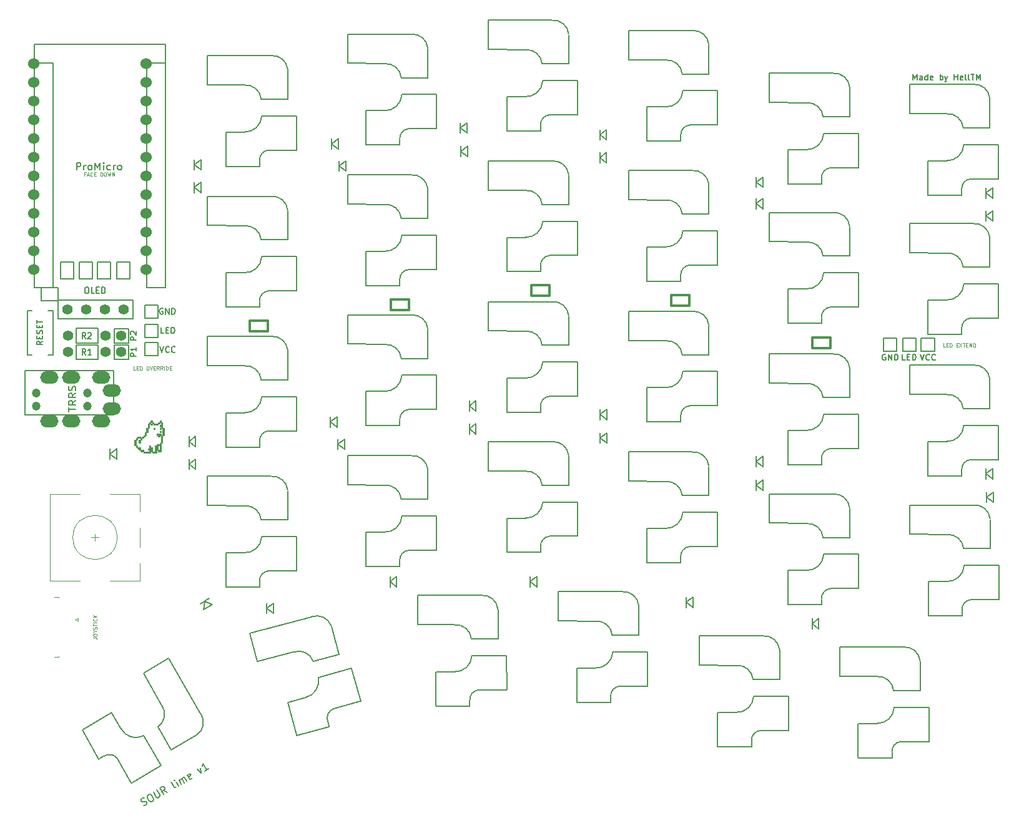
<source format=gbr>
%TF.GenerationSoftware,KiCad,Pcbnew,(5.99.0-9486-g75c525af4f)*%
%TF.CreationDate,2021-09-25T15:51:28+01:00*%
%TF.ProjectId,LimeKeyboard,4c696d65-4b65-4796-926f-6172642e6b69,rev?*%
%TF.SameCoordinates,Original*%
%TF.FileFunction,Legend,Top*%
%TF.FilePolarity,Positive*%
%FSLAX46Y46*%
G04 Gerber Fmt 4.6, Leading zero omitted, Abs format (unit mm)*
G04 Created by KiCad (PCBNEW (5.99.0-9486-g75c525af4f)) date 2021-09-25 15:51:28*
%MOMM*%
%LPD*%
G01*
G04 APERTURE LIST*
%ADD10C,0.200000*%
%ADD11C,0.125000*%
%ADD12C,0.150000*%
%ADD13C,0.300000*%
%ADD14C,0.120000*%
%ADD15C,0.010000*%
%ADD16C,1.397000*%
%ADD17C,1.200000*%
%ADD18O,2.500000X1.700000*%
%ADD19C,1.524000*%
G04 APERTURE END LIST*
D10*
X200847619Y-52836904D02*
X200847619Y-52036904D01*
X201114285Y-52608333D01*
X201380952Y-52036904D01*
X201380952Y-52836904D01*
X202104761Y-52836904D02*
X202104761Y-52417857D01*
X202066666Y-52341666D01*
X201990476Y-52303571D01*
X201838095Y-52303571D01*
X201761904Y-52341666D01*
X202104761Y-52798809D02*
X202028571Y-52836904D01*
X201838095Y-52836904D01*
X201761904Y-52798809D01*
X201723809Y-52722619D01*
X201723809Y-52646428D01*
X201761904Y-52570238D01*
X201838095Y-52532142D01*
X202028571Y-52532142D01*
X202104761Y-52494047D01*
X202828571Y-52836904D02*
X202828571Y-52036904D01*
X202828571Y-52798809D02*
X202752380Y-52836904D01*
X202600000Y-52836904D01*
X202523809Y-52798809D01*
X202485714Y-52760714D01*
X202447619Y-52684523D01*
X202447619Y-52455952D01*
X202485714Y-52379761D01*
X202523809Y-52341666D01*
X202600000Y-52303571D01*
X202752380Y-52303571D01*
X202828571Y-52341666D01*
X203514285Y-52798809D02*
X203438095Y-52836904D01*
X203285714Y-52836904D01*
X203209523Y-52798809D01*
X203171428Y-52722619D01*
X203171428Y-52417857D01*
X203209523Y-52341666D01*
X203285714Y-52303571D01*
X203438095Y-52303571D01*
X203514285Y-52341666D01*
X203552380Y-52417857D01*
X203552380Y-52494047D01*
X203171428Y-52570238D01*
X204504761Y-52836904D02*
X204504761Y-52036904D01*
X204504761Y-52341666D02*
X204580952Y-52303571D01*
X204733333Y-52303571D01*
X204809523Y-52341666D01*
X204847619Y-52379761D01*
X204885714Y-52455952D01*
X204885714Y-52684523D01*
X204847619Y-52760714D01*
X204809523Y-52798809D01*
X204733333Y-52836904D01*
X204580952Y-52836904D01*
X204504761Y-52798809D01*
X205152380Y-52303571D02*
X205342857Y-52836904D01*
X205533333Y-52303571D02*
X205342857Y-52836904D01*
X205266666Y-53027380D01*
X205228571Y-53065476D01*
X205152380Y-53103571D01*
X206447619Y-52836904D02*
X206447619Y-52036904D01*
X206447619Y-52417857D02*
X206904761Y-52417857D01*
X206904761Y-52836904D02*
X206904761Y-52036904D01*
X207590476Y-52798809D02*
X207514285Y-52836904D01*
X207361904Y-52836904D01*
X207285714Y-52798809D01*
X207247619Y-52722619D01*
X207247619Y-52417857D01*
X207285714Y-52341666D01*
X207361904Y-52303571D01*
X207514285Y-52303571D01*
X207590476Y-52341666D01*
X207628571Y-52417857D01*
X207628571Y-52494047D01*
X207247619Y-52570238D01*
X208085714Y-52836904D02*
X208009523Y-52798809D01*
X207971428Y-52722619D01*
X207971428Y-52036904D01*
X208504761Y-52836904D02*
X208428571Y-52798809D01*
X208390476Y-52722619D01*
X208390476Y-52036904D01*
X208695238Y-52036904D02*
X209152380Y-52036904D01*
X208923809Y-52836904D02*
X208923809Y-52036904D01*
X209419047Y-52836904D02*
X209419047Y-52036904D01*
X209685714Y-52608333D01*
X209952380Y-52036904D01*
X209952380Y-52836904D01*
D11*
X89676190Y-128527380D02*
X90033333Y-128527380D01*
X90104761Y-128551190D01*
X90152380Y-128598809D01*
X90176190Y-128670238D01*
X90176190Y-128717857D01*
X89676190Y-128194047D02*
X89676190Y-128098809D01*
X89700000Y-128051190D01*
X89747619Y-128003571D01*
X89842857Y-127979761D01*
X90009523Y-127979761D01*
X90104761Y-128003571D01*
X90152380Y-128051190D01*
X90176190Y-128098809D01*
X90176190Y-128194047D01*
X90152380Y-128241666D01*
X90104761Y-128289285D01*
X90009523Y-128313095D01*
X89842857Y-128313095D01*
X89747619Y-128289285D01*
X89700000Y-128241666D01*
X89676190Y-128194047D01*
X89938095Y-127670238D02*
X90176190Y-127670238D01*
X89676190Y-127836904D02*
X89938095Y-127670238D01*
X89676190Y-127503571D01*
X90152380Y-127360714D02*
X90176190Y-127289285D01*
X90176190Y-127170238D01*
X90152380Y-127122619D01*
X90128571Y-127098809D01*
X90080952Y-127075000D01*
X90033333Y-127075000D01*
X89985714Y-127098809D01*
X89961904Y-127122619D01*
X89938095Y-127170238D01*
X89914285Y-127265476D01*
X89890476Y-127313095D01*
X89866666Y-127336904D01*
X89819047Y-127360714D01*
X89771428Y-127360714D01*
X89723809Y-127336904D01*
X89700000Y-127313095D01*
X89676190Y-127265476D01*
X89676190Y-127146428D01*
X89700000Y-127075000D01*
X89676190Y-126932142D02*
X89676190Y-126646428D01*
X90176190Y-126789285D02*
X89676190Y-126789285D01*
X90176190Y-126479761D02*
X89676190Y-126479761D01*
X90128571Y-125955952D02*
X90152380Y-125979761D01*
X90176190Y-126051190D01*
X90176190Y-126098809D01*
X90152380Y-126170238D01*
X90104761Y-126217857D01*
X90057142Y-126241666D01*
X89961904Y-126265476D01*
X89890476Y-126265476D01*
X89795238Y-126241666D01*
X89747619Y-126217857D01*
X89700000Y-126170238D01*
X89676190Y-126098809D01*
X89676190Y-126051190D01*
X89700000Y-125979761D01*
X89723809Y-125955952D01*
X90176190Y-125741666D02*
X89676190Y-125741666D01*
X90176190Y-125455952D02*
X89890476Y-125670238D01*
X89676190Y-125455952D02*
X89961904Y-125741666D01*
X95415476Y-92201190D02*
X95177380Y-92201190D01*
X95177380Y-91701190D01*
X95582142Y-91939285D02*
X95748809Y-91939285D01*
X95820238Y-92201190D02*
X95582142Y-92201190D01*
X95582142Y-91701190D01*
X95820238Y-91701190D01*
X96034523Y-92201190D02*
X96034523Y-91701190D01*
X96153571Y-91701190D01*
X96225000Y-91725000D01*
X96272619Y-91772619D01*
X96296428Y-91820238D01*
X96320238Y-91915476D01*
X96320238Y-91986904D01*
X96296428Y-92082142D01*
X96272619Y-92129761D01*
X96225000Y-92177380D01*
X96153571Y-92201190D01*
X96034523Y-92201190D01*
X97010714Y-91701190D02*
X97105952Y-91701190D01*
X97153571Y-91725000D01*
X97201190Y-91772619D01*
X97225000Y-91867857D01*
X97225000Y-92034523D01*
X97201190Y-92129761D01*
X97153571Y-92177380D01*
X97105952Y-92201190D01*
X97010714Y-92201190D01*
X96963095Y-92177380D01*
X96915476Y-92129761D01*
X96891666Y-92034523D01*
X96891666Y-91867857D01*
X96915476Y-91772619D01*
X96963095Y-91725000D01*
X97010714Y-91701190D01*
X97367857Y-91701190D02*
X97534523Y-92201190D01*
X97701190Y-91701190D01*
X97867857Y-91939285D02*
X98034523Y-91939285D01*
X98105952Y-92201190D02*
X97867857Y-92201190D01*
X97867857Y-91701190D01*
X98105952Y-91701190D01*
X98605952Y-92201190D02*
X98439285Y-91963095D01*
X98320238Y-92201190D02*
X98320238Y-91701190D01*
X98510714Y-91701190D01*
X98558333Y-91725000D01*
X98582142Y-91748809D01*
X98605952Y-91796428D01*
X98605952Y-91867857D01*
X98582142Y-91915476D01*
X98558333Y-91939285D01*
X98510714Y-91963095D01*
X98320238Y-91963095D01*
X99105952Y-92201190D02*
X98939285Y-91963095D01*
X98820238Y-92201190D02*
X98820238Y-91701190D01*
X99010714Y-91701190D01*
X99058333Y-91725000D01*
X99082142Y-91748809D01*
X99105952Y-91796428D01*
X99105952Y-91867857D01*
X99082142Y-91915476D01*
X99058333Y-91939285D01*
X99010714Y-91963095D01*
X98820238Y-91963095D01*
X99320238Y-92201190D02*
X99320238Y-91701190D01*
X99558333Y-92201190D02*
X99558333Y-91701190D01*
X99677380Y-91701190D01*
X99748809Y-91725000D01*
X99796428Y-91772619D01*
X99820238Y-91820238D01*
X99844047Y-91915476D01*
X99844047Y-91986904D01*
X99820238Y-92082142D01*
X99796428Y-92129761D01*
X99748809Y-92177380D01*
X99677380Y-92201190D01*
X99558333Y-92201190D01*
X100058333Y-91939285D02*
X100225000Y-91939285D01*
X100296428Y-92201190D02*
X100058333Y-92201190D01*
X100058333Y-91701190D01*
X100296428Y-91701190D01*
X88630952Y-65614285D02*
X88464285Y-65614285D01*
X88464285Y-65876190D02*
X88464285Y-65376190D01*
X88702380Y-65376190D01*
X88869047Y-65733333D02*
X89107142Y-65733333D01*
X88821428Y-65876190D02*
X88988095Y-65376190D01*
X89154761Y-65876190D01*
X89607142Y-65828571D02*
X89583333Y-65852380D01*
X89511904Y-65876190D01*
X89464285Y-65876190D01*
X89392857Y-65852380D01*
X89345238Y-65804761D01*
X89321428Y-65757142D01*
X89297619Y-65661904D01*
X89297619Y-65590476D01*
X89321428Y-65495238D01*
X89345238Y-65447619D01*
X89392857Y-65400000D01*
X89464285Y-65376190D01*
X89511904Y-65376190D01*
X89583333Y-65400000D01*
X89607142Y-65423809D01*
X89821428Y-65614285D02*
X89988095Y-65614285D01*
X90059523Y-65876190D02*
X89821428Y-65876190D01*
X89821428Y-65376190D01*
X90059523Y-65376190D01*
X90654761Y-65876190D02*
X90654761Y-65376190D01*
X90773809Y-65376190D01*
X90845238Y-65400000D01*
X90892857Y-65447619D01*
X90916666Y-65495238D01*
X90940476Y-65590476D01*
X90940476Y-65661904D01*
X90916666Y-65757142D01*
X90892857Y-65804761D01*
X90845238Y-65852380D01*
X90773809Y-65876190D01*
X90654761Y-65876190D01*
X91250000Y-65376190D02*
X91345238Y-65376190D01*
X91392857Y-65400000D01*
X91440476Y-65447619D01*
X91464285Y-65542857D01*
X91464285Y-65709523D01*
X91440476Y-65804761D01*
X91392857Y-65852380D01*
X91345238Y-65876190D01*
X91250000Y-65876190D01*
X91202380Y-65852380D01*
X91154761Y-65804761D01*
X91130952Y-65709523D01*
X91130952Y-65542857D01*
X91154761Y-65447619D01*
X91202380Y-65400000D01*
X91250000Y-65376190D01*
X91630952Y-65376190D02*
X91750000Y-65876190D01*
X91845238Y-65519047D01*
X91940476Y-65876190D01*
X92059523Y-65376190D01*
X92250000Y-65876190D02*
X92250000Y-65376190D01*
X92535714Y-65876190D01*
X92535714Y-65376190D01*
X205220238Y-89076190D02*
X204982142Y-89076190D01*
X204982142Y-88576190D01*
X205386904Y-88814285D02*
X205553571Y-88814285D01*
X205625000Y-89076190D02*
X205386904Y-89076190D01*
X205386904Y-88576190D01*
X205625000Y-88576190D01*
X205839285Y-89076190D02*
X205839285Y-88576190D01*
X205958333Y-88576190D01*
X206029761Y-88600000D01*
X206077380Y-88647619D01*
X206101190Y-88695238D01*
X206125000Y-88790476D01*
X206125000Y-88861904D01*
X206101190Y-88957142D01*
X206077380Y-89004761D01*
X206029761Y-89052380D01*
X205958333Y-89076190D01*
X205839285Y-89076190D01*
X206720238Y-88814285D02*
X206886904Y-88814285D01*
X206958333Y-89076190D02*
X206720238Y-89076190D01*
X206720238Y-88576190D01*
X206958333Y-88576190D01*
X207125000Y-88576190D02*
X207458333Y-89076190D01*
X207458333Y-88576190D02*
X207125000Y-89076190D01*
X207577380Y-88576190D02*
X207863095Y-88576190D01*
X207720238Y-89076190D02*
X207720238Y-88576190D01*
X208029761Y-88814285D02*
X208196428Y-88814285D01*
X208267857Y-89076190D02*
X208029761Y-89076190D01*
X208029761Y-88576190D01*
X208267857Y-88576190D01*
X208482142Y-89076190D02*
X208482142Y-88576190D01*
X208767857Y-89076190D01*
X208767857Y-88576190D01*
X209005952Y-89076190D02*
X209005952Y-88576190D01*
X209125000Y-88576190D01*
X209196428Y-88600000D01*
X209244047Y-88647619D01*
X209267857Y-88695238D01*
X209291666Y-88790476D01*
X209291666Y-88861904D01*
X209267857Y-88957142D01*
X209244047Y-89004761D01*
X209196428Y-89052380D01*
X209125000Y-89076190D01*
X209005952Y-89076190D01*
D10*
X96531014Y-151299343D02*
X96678542Y-151269154D01*
X96884738Y-151150106D01*
X96943407Y-151061248D01*
X96960837Y-150996199D01*
X96954457Y-150889911D01*
X96906838Y-150807432D01*
X96817980Y-150748763D01*
X96752931Y-150731333D01*
X96646643Y-150737713D01*
X96457876Y-150791712D01*
X96351588Y-150798092D01*
X96286539Y-150780662D01*
X96197681Y-150721993D01*
X96150062Y-150639514D01*
X96143682Y-150533226D01*
X96161112Y-150468177D01*
X96219781Y-150379319D01*
X96425977Y-150260271D01*
X96573505Y-150230082D01*
X97085806Y-149879319D02*
X97250763Y-149784081D01*
X97357052Y-149777701D01*
X97487149Y-149812561D01*
X97623627Y-149953708D01*
X97790293Y-150242383D01*
X97844292Y-150431150D01*
X97809433Y-150561248D01*
X97750763Y-150650106D01*
X97585806Y-150745344D01*
X97479518Y-150751724D01*
X97349420Y-150716865D01*
X97212943Y-150575717D01*
X97046276Y-150287042D01*
X96992278Y-150098275D01*
X97027137Y-149968177D01*
X97085806Y-149879319D01*
X97828114Y-149450747D02*
X98232876Y-150151816D01*
X98321734Y-150210485D01*
X98386783Y-150227915D01*
X98493071Y-150221535D01*
X98658028Y-150126297D01*
X98716697Y-150037438D01*
X98734127Y-149972390D01*
X98727747Y-149866101D01*
X98322985Y-149165033D01*
X99730250Y-149507249D02*
X99203480Y-149261523D01*
X99235378Y-149792963D02*
X98735378Y-148926938D01*
X99065293Y-148736462D01*
X99171581Y-148730082D01*
X99236630Y-148747512D01*
X99325488Y-148806181D01*
X99396917Y-148929899D01*
X99403297Y-149036187D01*
X99385867Y-149101236D01*
X99327198Y-149190094D01*
X98997283Y-149380570D01*
X100884951Y-148840582D02*
X100778663Y-148846962D01*
X100689804Y-148788293D01*
X100261233Y-148045986D01*
X101214865Y-148650106D02*
X100881532Y-148072756D01*
X100714865Y-147784081D02*
X100697435Y-147849130D01*
X100762484Y-147866559D01*
X100779914Y-147801511D01*
X100714865Y-147784081D01*
X100762484Y-147866559D01*
X101627258Y-148412011D02*
X101293925Y-147834661D01*
X101341544Y-147917139D02*
X101358974Y-147852091D01*
X101417643Y-147763232D01*
X101541361Y-147691804D01*
X101647649Y-147685424D01*
X101736507Y-147744093D01*
X101998412Y-148197725D01*
X101736507Y-147744093D02*
X101730127Y-147637805D01*
X101788796Y-147548946D01*
X101912514Y-147477518D01*
X102018803Y-147471138D01*
X102107661Y-147529807D01*
X102369566Y-147983440D01*
X103088064Y-147513629D02*
X103029395Y-147602487D01*
X102864437Y-147697725D01*
X102758149Y-147704105D01*
X102669291Y-147645436D01*
X102478815Y-147315521D01*
X102472435Y-147209233D01*
X102531104Y-147120375D01*
X102696061Y-147025137D01*
X102802349Y-147018757D01*
X102891208Y-147077426D01*
X102938827Y-147159905D01*
X102574053Y-147480479D01*
X103768283Y-146406089D02*
X104307813Y-146864392D01*
X104180676Y-146167994D01*
X105297556Y-146292963D02*
X104802685Y-146578678D01*
X105050120Y-146435821D02*
X104550120Y-145569795D01*
X104539070Y-145741132D01*
X104504211Y-145871230D01*
X104445542Y-145960088D01*
D12*
%TO.C,RSW1*%
X82823004Y-88285104D02*
X82442052Y-88551771D01*
X82823004Y-88742247D02*
X82023004Y-88742247D01*
X82023004Y-88437485D01*
X82061100Y-88361295D01*
X82099195Y-88323200D01*
X82175385Y-88285104D01*
X82289671Y-88285104D01*
X82365861Y-88323200D01*
X82403957Y-88361295D01*
X82442052Y-88437485D01*
X82442052Y-88742247D01*
X82403957Y-87942247D02*
X82403957Y-87675580D01*
X82823004Y-87561295D02*
X82823004Y-87942247D01*
X82023004Y-87942247D01*
X82023004Y-87561295D01*
X82784909Y-87256533D02*
X82823004Y-87142247D01*
X82823004Y-86951771D01*
X82784909Y-86875580D01*
X82746814Y-86837485D01*
X82670623Y-86799390D01*
X82594433Y-86799390D01*
X82518242Y-86837485D01*
X82480147Y-86875580D01*
X82442052Y-86951771D01*
X82403957Y-87104152D01*
X82365861Y-87180342D01*
X82327766Y-87218438D01*
X82251576Y-87256533D01*
X82175385Y-87256533D01*
X82099195Y-87218438D01*
X82061100Y-87180342D01*
X82023004Y-87104152D01*
X82023004Y-86913676D01*
X82061100Y-86799390D01*
X82403957Y-86456533D02*
X82403957Y-86189866D01*
X82823004Y-86075580D02*
X82823004Y-86456533D01*
X82023004Y-86456533D01*
X82023004Y-86075580D01*
X82023004Y-85847009D02*
X82023004Y-85389866D01*
X82823004Y-85618438D02*
X82023004Y-85618438D01*
X82823004Y-88285104D02*
X82442052Y-88551771D01*
X82823004Y-88742247D02*
X82023004Y-88742247D01*
X82023004Y-88437485D01*
X82061100Y-88361295D01*
X82099195Y-88323200D01*
X82175385Y-88285104D01*
X82289671Y-88285104D01*
X82365861Y-88323200D01*
X82403957Y-88361295D01*
X82442052Y-88437485D01*
X82442052Y-88742247D01*
X82403957Y-87942247D02*
X82403957Y-87675580D01*
X82823004Y-87561295D02*
X82823004Y-87942247D01*
X82023004Y-87942247D01*
X82023004Y-87561295D01*
X82784909Y-87256533D02*
X82823004Y-87142247D01*
X82823004Y-86951771D01*
X82784909Y-86875580D01*
X82746814Y-86837485D01*
X82670623Y-86799390D01*
X82594433Y-86799390D01*
X82518242Y-86837485D01*
X82480147Y-86875580D01*
X82442052Y-86951771D01*
X82403957Y-87104152D01*
X82365861Y-87180342D01*
X82327766Y-87218438D01*
X82251576Y-87256533D01*
X82175385Y-87256533D01*
X82099195Y-87218438D01*
X82061100Y-87180342D01*
X82023004Y-87104152D01*
X82023004Y-86913676D01*
X82061100Y-86799390D01*
X82403957Y-86456533D02*
X82403957Y-86189866D01*
X82823004Y-86075580D02*
X82823004Y-86456533D01*
X82023004Y-86456533D01*
X82023004Y-86075580D01*
X82023004Y-85847009D02*
X82023004Y-85389866D01*
X82823004Y-85618438D02*
X82023004Y-85618438D01*
%TO.C,R2*%
X88657033Y-87916495D02*
X88386100Y-87529447D01*
X88192576Y-87916495D02*
X88192576Y-87103695D01*
X88502214Y-87103695D01*
X88579623Y-87142400D01*
X88618328Y-87181104D01*
X88657033Y-87258514D01*
X88657033Y-87374628D01*
X88618328Y-87452038D01*
X88579623Y-87490742D01*
X88502214Y-87529447D01*
X88192576Y-87529447D01*
X88966671Y-87181104D02*
X89005376Y-87142400D01*
X89082785Y-87103695D01*
X89276309Y-87103695D01*
X89353719Y-87142400D01*
X89392423Y-87181104D01*
X89431128Y-87258514D01*
X89431128Y-87335923D01*
X89392423Y-87452038D01*
X88927966Y-87916495D01*
X89431128Y-87916495D01*
%TO.C,LED*%
X98717233Y-88995304D02*
X98983900Y-89795304D01*
X99250566Y-88995304D01*
X99974376Y-89719114D02*
X99936280Y-89757209D01*
X99821995Y-89795304D01*
X99745804Y-89795304D01*
X99631519Y-89757209D01*
X99555328Y-89681019D01*
X99517233Y-89604828D01*
X99479138Y-89452447D01*
X99479138Y-89338161D01*
X99517233Y-89185780D01*
X99555328Y-89109590D01*
X99631519Y-89033400D01*
X99745804Y-88995304D01*
X99821995Y-88995304D01*
X99936280Y-89033400D01*
X99974376Y-89071495D01*
X100774376Y-89719114D02*
X100736280Y-89757209D01*
X100621995Y-89795304D01*
X100545804Y-89795304D01*
X100431519Y-89757209D01*
X100355328Y-89681019D01*
X100317233Y-89604828D01*
X100279138Y-89452447D01*
X100279138Y-89338161D01*
X100317233Y-89185780D01*
X100355328Y-89109590D01*
X100431519Y-89033400D01*
X100545804Y-88995304D01*
X100621995Y-88995304D01*
X100736280Y-89033400D01*
X100774376Y-89071495D01*
X99256914Y-87204504D02*
X98875961Y-87204504D01*
X98875961Y-86404504D01*
X99523580Y-86785457D02*
X99790247Y-86785457D01*
X99904533Y-87204504D02*
X99523580Y-87204504D01*
X99523580Y-86404504D01*
X99904533Y-86404504D01*
X100247390Y-87204504D02*
X100247390Y-86404504D01*
X100437866Y-86404504D01*
X100552152Y-86442600D01*
X100628342Y-86518790D01*
X100666438Y-86594980D01*
X100704533Y-86747361D01*
X100704533Y-86861647D01*
X100666438Y-87014028D01*
X100628342Y-87090219D01*
X100552152Y-87166409D01*
X100437866Y-87204504D01*
X100247390Y-87204504D01*
X99115376Y-83840700D02*
X99039185Y-83802604D01*
X98924900Y-83802604D01*
X98810614Y-83840700D01*
X98734423Y-83916890D01*
X98696328Y-83993080D01*
X98658233Y-84145461D01*
X98658233Y-84259747D01*
X98696328Y-84412128D01*
X98734423Y-84488319D01*
X98810614Y-84564509D01*
X98924900Y-84602604D01*
X99001090Y-84602604D01*
X99115376Y-84564509D01*
X99153471Y-84526414D01*
X99153471Y-84259747D01*
X99001090Y-84259747D01*
X99496328Y-84602604D02*
X99496328Y-83802604D01*
X99953471Y-84602604D01*
X99953471Y-83802604D01*
X100334423Y-84602604D02*
X100334423Y-83802604D01*
X100524900Y-83802604D01*
X100639185Y-83840700D01*
X100715376Y-83916890D01*
X100753471Y-83993080D01*
X100791566Y-84145461D01*
X100791566Y-84259747D01*
X100753471Y-84412128D01*
X100715376Y-84488319D01*
X100639185Y-84564509D01*
X100524900Y-84602604D01*
X100334423Y-84602604D01*
X201815833Y-90049404D02*
X202082500Y-90849404D01*
X202349166Y-90049404D01*
X203072976Y-90773214D02*
X203034880Y-90811309D01*
X202920595Y-90849404D01*
X202844404Y-90849404D01*
X202730119Y-90811309D01*
X202653928Y-90735119D01*
X202615833Y-90658928D01*
X202577738Y-90506547D01*
X202577738Y-90392261D01*
X202615833Y-90239880D01*
X202653928Y-90163690D01*
X202730119Y-90087500D01*
X202844404Y-90049404D01*
X202920595Y-90049404D01*
X203034880Y-90087500D01*
X203072976Y-90125595D01*
X203872976Y-90773214D02*
X203834880Y-90811309D01*
X203720595Y-90849404D01*
X203644404Y-90849404D01*
X203530119Y-90811309D01*
X203453928Y-90735119D01*
X203415833Y-90658928D01*
X203377738Y-90506547D01*
X203377738Y-90392261D01*
X203415833Y-90239880D01*
X203453928Y-90163690D01*
X203530119Y-90087500D01*
X203644404Y-90049404D01*
X203720595Y-90049404D01*
X203834880Y-90087500D01*
X203872976Y-90125595D01*
X199790114Y-90836704D02*
X199409161Y-90836704D01*
X199409161Y-90036704D01*
X200056780Y-90417657D02*
X200323447Y-90417657D01*
X200437733Y-90836704D02*
X200056780Y-90836704D01*
X200056780Y-90036704D01*
X200437733Y-90036704D01*
X200780590Y-90836704D02*
X200780590Y-90036704D01*
X200971066Y-90036704D01*
X201085352Y-90074800D01*
X201161542Y-90150990D01*
X201199638Y-90227180D01*
X201237733Y-90379561D01*
X201237733Y-90493847D01*
X201199638Y-90646228D01*
X201161542Y-90722419D01*
X201085352Y-90798609D01*
X200971066Y-90836704D01*
X200780590Y-90836704D01*
X197116776Y-90074800D02*
X197040585Y-90036704D01*
X196926300Y-90036704D01*
X196812014Y-90074800D01*
X196735823Y-90150990D01*
X196697728Y-90227180D01*
X196659633Y-90379561D01*
X196659633Y-90493847D01*
X196697728Y-90646228D01*
X196735823Y-90722419D01*
X196812014Y-90798609D01*
X196926300Y-90836704D01*
X197002490Y-90836704D01*
X197116776Y-90798609D01*
X197154871Y-90760514D01*
X197154871Y-90493847D01*
X197002490Y-90493847D01*
X197497728Y-90836704D02*
X197497728Y-90036704D01*
X197954871Y-90836704D01*
X197954871Y-90036704D01*
X198335823Y-90836704D02*
X198335823Y-90036704D01*
X198526300Y-90036704D01*
X198640585Y-90074800D01*
X198716776Y-90150990D01*
X198754871Y-90227180D01*
X198792966Y-90379561D01*
X198792966Y-90493847D01*
X198754871Y-90646228D01*
X198716776Y-90722419D01*
X198640585Y-90798609D01*
X198526300Y-90836704D01*
X198335823Y-90836704D01*
%TO.C,J3*%
X88744504Y-80954895D02*
X88899323Y-80954895D01*
X88976733Y-80993600D01*
X89054142Y-81071009D01*
X89092847Y-81225828D01*
X89092847Y-81496761D01*
X89054142Y-81651580D01*
X88976733Y-81728990D01*
X88899323Y-81767695D01*
X88744504Y-81767695D01*
X88667095Y-81728990D01*
X88589685Y-81651580D01*
X88550980Y-81496761D01*
X88550980Y-81225828D01*
X88589685Y-81071009D01*
X88667095Y-80993600D01*
X88744504Y-80954895D01*
X89828238Y-81767695D02*
X89441190Y-81767695D01*
X89441190Y-80954895D01*
X90099171Y-81341942D02*
X90370104Y-81341942D01*
X90486219Y-81767695D02*
X90099171Y-81767695D01*
X90099171Y-80954895D01*
X90486219Y-80954895D01*
X90834561Y-81767695D02*
X90834561Y-80954895D01*
X91028085Y-80954895D01*
X91144200Y-80993600D01*
X91221609Y-81071009D01*
X91260314Y-81148419D01*
X91299019Y-81303238D01*
X91299019Y-81419352D01*
X91260314Y-81574171D01*
X91221609Y-81651580D01*
X91144200Y-81728990D01*
X91028085Y-81767695D01*
X90834561Y-81767695D01*
%TO.C,J2*%
X86320480Y-97813904D02*
X86320480Y-97242476D01*
X87320480Y-97528190D02*
X86320480Y-97528190D01*
X87320480Y-96337714D02*
X86844290Y-96671047D01*
X87320480Y-96909142D02*
X86320480Y-96909142D01*
X86320480Y-96528190D01*
X86368100Y-96432952D01*
X86415719Y-96385333D01*
X86510957Y-96337714D01*
X86653814Y-96337714D01*
X86749052Y-96385333D01*
X86796671Y-96432952D01*
X86844290Y-96528190D01*
X86844290Y-96909142D01*
X87320480Y-95337714D02*
X86844290Y-95671047D01*
X87320480Y-95909142D02*
X86320480Y-95909142D01*
X86320480Y-95528190D01*
X86368100Y-95432952D01*
X86415719Y-95385333D01*
X86510957Y-95337714D01*
X86653814Y-95337714D01*
X86749052Y-95385333D01*
X86796671Y-95432952D01*
X86844290Y-95528190D01*
X86844290Y-95909142D01*
X87272861Y-94956761D02*
X87320480Y-94813904D01*
X87320480Y-94575809D01*
X87272861Y-94480571D01*
X87225242Y-94432952D01*
X87130004Y-94385333D01*
X87034766Y-94385333D01*
X86939528Y-94432952D01*
X86891909Y-94480571D01*
X86844290Y-94575809D01*
X86796671Y-94766285D01*
X86749052Y-94861523D01*
X86701433Y-94909142D01*
X86606195Y-94956761D01*
X86510957Y-94956761D01*
X86415719Y-94909142D01*
X86368100Y-94861523D01*
X86320480Y-94766285D01*
X86320480Y-94528190D01*
X86368100Y-94385333D01*
X86320480Y-97813904D02*
X86320480Y-97242476D01*
X87320480Y-97528190D02*
X86320480Y-97528190D01*
X87320480Y-96337714D02*
X86844290Y-96671047D01*
X87320480Y-96909142D02*
X86320480Y-96909142D01*
X86320480Y-96528190D01*
X86368100Y-96432952D01*
X86415719Y-96385333D01*
X86510957Y-96337714D01*
X86653814Y-96337714D01*
X86749052Y-96385333D01*
X86796671Y-96432952D01*
X86844290Y-96528190D01*
X86844290Y-96909142D01*
X87320480Y-95337714D02*
X86844290Y-95671047D01*
X87320480Y-95909142D02*
X86320480Y-95909142D01*
X86320480Y-95528190D01*
X86368100Y-95432952D01*
X86415719Y-95385333D01*
X86510957Y-95337714D01*
X86653814Y-95337714D01*
X86749052Y-95385333D01*
X86796671Y-95432952D01*
X86844290Y-95528190D01*
X86844290Y-95909142D01*
X87272861Y-94956761D02*
X87320480Y-94813904D01*
X87320480Y-94575809D01*
X87272861Y-94480571D01*
X87225242Y-94432952D01*
X87130004Y-94385333D01*
X87034766Y-94385333D01*
X86939528Y-94432952D01*
X86891909Y-94480571D01*
X86844290Y-94575809D01*
X86796671Y-94766285D01*
X86749052Y-94861523D01*
X86701433Y-94909142D01*
X86606195Y-94956761D01*
X86510957Y-94956761D01*
X86415719Y-94909142D01*
X86368100Y-94861523D01*
X86320480Y-94766285D01*
X86320480Y-94528190D01*
X86368100Y-94385333D01*
%TO.C,U1*%
X87422490Y-65037680D02*
X87422490Y-64037680D01*
X87803442Y-64037680D01*
X87898680Y-64085300D01*
X87946300Y-64132919D01*
X87993919Y-64228157D01*
X87993919Y-64371014D01*
X87946300Y-64466252D01*
X87898680Y-64513871D01*
X87803442Y-64561490D01*
X87422490Y-64561490D01*
X88422490Y-65037680D02*
X88422490Y-64371014D01*
X88422490Y-64561490D02*
X88470109Y-64466252D01*
X88517728Y-64418633D01*
X88612966Y-64371014D01*
X88708204Y-64371014D01*
X89184395Y-65037680D02*
X89089157Y-64990061D01*
X89041538Y-64942442D01*
X88993919Y-64847204D01*
X88993919Y-64561490D01*
X89041538Y-64466252D01*
X89089157Y-64418633D01*
X89184395Y-64371014D01*
X89327252Y-64371014D01*
X89422490Y-64418633D01*
X89470109Y-64466252D01*
X89517728Y-64561490D01*
X89517728Y-64847204D01*
X89470109Y-64942442D01*
X89422490Y-64990061D01*
X89327252Y-65037680D01*
X89184395Y-65037680D01*
X89946300Y-65037680D02*
X89946300Y-64037680D01*
X90279633Y-64751966D01*
X90612966Y-64037680D01*
X90612966Y-65037680D01*
X91089157Y-65037680D02*
X91089157Y-64371014D01*
X91089157Y-64037680D02*
X91041538Y-64085300D01*
X91089157Y-64132919D01*
X91136776Y-64085300D01*
X91089157Y-64037680D01*
X91089157Y-64132919D01*
X91993919Y-64990061D02*
X91898680Y-65037680D01*
X91708204Y-65037680D01*
X91612966Y-64990061D01*
X91565347Y-64942442D01*
X91517728Y-64847204D01*
X91517728Y-64561490D01*
X91565347Y-64466252D01*
X91612966Y-64418633D01*
X91708204Y-64371014D01*
X91898680Y-64371014D01*
X91993919Y-64418633D01*
X92422490Y-65037680D02*
X92422490Y-64371014D01*
X92422490Y-64561490D02*
X92470109Y-64466252D01*
X92517728Y-64418633D01*
X92612966Y-64371014D01*
X92708204Y-64371014D01*
X93184395Y-65037680D02*
X93089157Y-64990061D01*
X93041538Y-64942442D01*
X92993919Y-64847204D01*
X92993919Y-64561490D01*
X93041538Y-64466252D01*
X93089157Y-64418633D01*
X93184395Y-64371014D01*
X93327252Y-64371014D01*
X93422490Y-64418633D01*
X93470109Y-64466252D01*
X93517728Y-64561490D01*
X93517728Y-64847204D01*
X93470109Y-64942442D01*
X93422490Y-64990061D01*
X93327252Y-65037680D01*
X93184395Y-65037680D01*
%TO.C,R1*%
X88657033Y-90116495D02*
X88386100Y-89729447D01*
X88192576Y-90116495D02*
X88192576Y-89303695D01*
X88502214Y-89303695D01*
X88579623Y-89342400D01*
X88618328Y-89381104D01*
X88657033Y-89458514D01*
X88657033Y-89574628D01*
X88618328Y-89652038D01*
X88579623Y-89690742D01*
X88502214Y-89729447D01*
X88192576Y-89729447D01*
X89431128Y-90116495D02*
X88966671Y-90116495D01*
X89198900Y-90116495D02*
X89198900Y-89303695D01*
X89121490Y-89419809D01*
X89044080Y-89497219D01*
X88966671Y-89535923D01*
%TO.C,P2*%
X95532139Y-88148723D02*
X94719339Y-88148723D01*
X94719339Y-87839085D01*
X94758044Y-87761676D01*
X94796748Y-87722971D01*
X94874158Y-87684266D01*
X94990272Y-87684266D01*
X95067682Y-87722971D01*
X95106386Y-87761676D01*
X95145091Y-87839085D01*
X95145091Y-88148723D01*
X94796748Y-87374628D02*
X94758044Y-87335923D01*
X94719339Y-87258514D01*
X94719339Y-87064990D01*
X94758044Y-86987580D01*
X94796748Y-86948876D01*
X94874158Y-86910171D01*
X94951567Y-86910171D01*
X95067682Y-86948876D01*
X95532139Y-87413333D01*
X95532139Y-86910171D01*
%TO.C,P1*%
X95532139Y-90348723D02*
X94719339Y-90348723D01*
X94719339Y-90039085D01*
X94758044Y-89961676D01*
X94796748Y-89922971D01*
X94874158Y-89884266D01*
X94990272Y-89884266D01*
X95067682Y-89922971D01*
X95106386Y-89961676D01*
X95145091Y-90039085D01*
X95145091Y-90348723D01*
X95532139Y-89110171D02*
X95532139Y-89574628D01*
X95532139Y-89342400D02*
X94719339Y-89342400D01*
X94835453Y-89419809D01*
X94912863Y-89497219D01*
X94951567Y-89574628D01*
%TO.C,LOGO*%
%TO.C,*%
%TO.C,LOGO*%
D13*
%TO.C,D35*%
X168045400Y-82001500D02*
X170495400Y-82001500D01*
X170495400Y-83451500D02*
X168075400Y-83451500D01*
X168045400Y-83451500D02*
X168045400Y-82001500D01*
X170495400Y-82001500D02*
X170495400Y-83451500D01*
D12*
%TO.C,D20*%
X123749300Y-101535600D02*
X123749300Y-102935600D01*
X122849300Y-102235600D02*
X123749300Y-101535600D01*
X123749300Y-102935600D02*
X122849300Y-102235600D01*
X122849300Y-101535600D02*
X122849300Y-102935600D01*
%TO.C,D2*%
X122914400Y-62203900D02*
X122014400Y-61503900D01*
X122914400Y-60803900D02*
X122914400Y-62203900D01*
X122014400Y-61503900D02*
X122914400Y-60803900D01*
X122014400Y-60803900D02*
X122014400Y-62203900D01*
%TO.C,SW1*%
X116059000Y-51461900D02*
X116059000Y-55406900D01*
X105159000Y-49507900D02*
X113784000Y-49507900D01*
X112239000Y-63811900D02*
X112239000Y-64511900D01*
X117234000Y-57711900D02*
X117259000Y-62311899D01*
X113459000Y-62336900D02*
X117234000Y-62336900D01*
X116059000Y-55415900D02*
X112449000Y-55415900D01*
X107684000Y-64536900D02*
X112234000Y-64536900D01*
X107659001Y-59911900D02*
X107659001Y-64511900D01*
X112534000Y-57686900D02*
X117234000Y-57686900D01*
X107684000Y-59886900D02*
X110234000Y-59886900D01*
X105159000Y-53415900D02*
X105159000Y-49507900D01*
X105159000Y-53461900D02*
X110209000Y-53507900D01*
X112238999Y-63761899D02*
G75*
G02*
X113459000Y-62341900I1320000J99999D01*
G01*
X112444001Y-55391899D02*
G75*
G03*
X110184000Y-53511900I-2070000J-190001D01*
G01*
X112529000Y-57711900D02*
G75*
G02*
X110159000Y-59881900I-2270000J100000D01*
G01*
X116048000Y-51391900D02*
G75*
G03*
X113784000Y-49507900I-2074000J-190000D01*
G01*
%TO.C,SW24*%
X202934000Y-125536900D02*
X207484000Y-125536900D01*
X200409000Y-114415900D02*
X200409000Y-110507900D01*
X211309000Y-112461900D02*
X211309000Y-116406900D01*
X207784000Y-118686900D02*
X212484000Y-118686900D01*
X208709000Y-123336900D02*
X212484000Y-123336900D01*
X212484000Y-118711900D02*
X212509000Y-123311899D01*
X202934000Y-120886900D02*
X205484000Y-120886900D01*
X200409000Y-114461900D02*
X205459000Y-114507900D01*
X207489000Y-124811900D02*
X207489000Y-125511900D01*
X202909001Y-120911900D02*
X202909001Y-125511900D01*
X211309000Y-116415900D02*
X207699000Y-116415900D01*
X200409000Y-110507900D02*
X209034000Y-110507900D01*
X207779000Y-118711900D02*
G75*
G02*
X205409000Y-120881900I-2270000J100000D01*
G01*
X211298000Y-112391900D02*
G75*
G03*
X209034000Y-110507900I-2074000J-190000D01*
G01*
X207488999Y-124761899D02*
G75*
G02*
X208709000Y-123341900I1320000J99999D01*
G01*
X207694001Y-116391899D02*
G75*
G03*
X205434000Y-114511900I-2070000J-190001D01*
G01*
%TO.C,D10*%
X159276200Y-62660900D02*
X159276200Y-64060900D01*
X158376200Y-62660900D02*
X158376200Y-64060900D01*
X158376200Y-63360900D02*
X159276200Y-62660900D01*
X159276200Y-64060900D02*
X158376200Y-63360900D01*
%TO.C,D26*%
X113190400Y-123810800D02*
X113190400Y-125210800D01*
X113190400Y-124510800D02*
X114090400Y-123810800D01*
X114090400Y-125210800D02*
X113190400Y-124510800D01*
X114090400Y-123810800D02*
X114090400Y-125210800D01*
%TO.C,D14*%
X122749300Y-98535600D02*
X122749300Y-99935600D01*
X121849300Y-98535600D02*
X121849300Y-99935600D01*
X122749300Y-99935600D02*
X121849300Y-99235600D01*
X121849300Y-99235600D02*
X122749300Y-98535600D01*
%TO.C,D4*%
X159276200Y-59560900D02*
X159276200Y-60960900D01*
X159276200Y-60960900D02*
X158376200Y-60260900D01*
X158376200Y-59560900D02*
X158376200Y-60960900D01*
X158376200Y-60260900D02*
X159276200Y-59560900D01*
%TO.C,D13*%
X103573200Y-101180100D02*
X103573200Y-102580100D01*
X103573200Y-102580100D02*
X102673200Y-101880100D01*
X102673200Y-101180100D02*
X102673200Y-102580100D01*
X102673200Y-101880100D02*
X103573200Y-101180100D01*
%TO.C,SW3*%
X145784000Y-55096900D02*
X148334000Y-55096900D01*
X151559000Y-57546900D02*
X155334000Y-57546900D01*
X154159000Y-46671900D02*
X154159000Y-50616900D01*
X150634000Y-52896900D02*
X155334000Y-52896900D01*
X150339000Y-59021900D02*
X150339000Y-59721900D01*
X155334000Y-52921900D02*
X155359000Y-57521899D01*
X145759001Y-55121900D02*
X145759001Y-59721900D01*
X143259000Y-44717900D02*
X151884000Y-44717900D01*
X143259000Y-48671900D02*
X148309000Y-48717900D01*
X143259000Y-48625900D02*
X143259000Y-44717900D01*
X154159000Y-50625900D02*
X150549000Y-50625900D01*
X145784000Y-59746900D02*
X150334000Y-59746900D01*
X150629000Y-52921900D02*
G75*
G02*
X148259000Y-55091900I-2270000J100000D01*
G01*
X154148000Y-46601900D02*
G75*
G03*
X151884000Y-44717900I-2074000J-190000D01*
G01*
X150544001Y-50601899D02*
G75*
G03*
X148284000Y-48721900I-2070000J-190001D01*
G01*
X150338999Y-58971899D02*
G75*
G02*
X151559000Y-57551900I1320000J99999D01*
G01*
%TO.C,D1*%
X103359000Y-63611900D02*
X103359000Y-65011900D01*
X104259000Y-65011900D02*
X103359000Y-64311900D01*
X104259000Y-63611900D02*
X104259000Y-65011900D01*
X103359000Y-64311900D02*
X104259000Y-63611900D01*
%TO.C,D7*%
X104259000Y-66711900D02*
X104259000Y-68111900D01*
X103359000Y-66711900D02*
X103359000Y-68111900D01*
X104259000Y-68111900D02*
X103359000Y-67411900D01*
X103359000Y-67411900D02*
X104259000Y-66711900D01*
%TO.C,RSW1*%
X84261100Y-90123200D02*
X84261100Y-84123200D01*
X80761100Y-90123200D02*
X81361100Y-90123200D01*
X84261100Y-90123200D02*
X83561100Y-90123200D01*
X80761100Y-84123200D02*
X80761100Y-90123200D01*
X84261100Y-84123200D02*
X83561100Y-84123200D01*
X80761100Y-84123200D02*
X81361100Y-84123200D01*
%TO.C,R2*%
X87330632Y-88511525D02*
X90332912Y-88511525D01*
X87330632Y-86510005D02*
X87330632Y-88511525D01*
X90332912Y-88511525D02*
X90332912Y-86510005D01*
X90332912Y-86510005D02*
X87330632Y-86510005D01*
%TO.C,D6*%
X210746300Y-68162700D02*
X211646300Y-67462700D01*
X211646300Y-68862700D02*
X210746300Y-68162700D01*
X211646300Y-67462700D02*
X211646300Y-68862700D01*
X210746300Y-67462700D02*
X210746300Y-68862700D01*
%TO.C,W1*%
X84874100Y-81000600D02*
X84874100Y-82778600D01*
X82588100Y-82778600D02*
X82588100Y-81000600D01*
X82588100Y-81000600D02*
X84874100Y-81000600D01*
X84874100Y-82778600D02*
X82588100Y-82778600D01*
%TO.C,D5*%
X179597100Y-66699200D02*
X180497100Y-65999200D01*
X179597100Y-65999200D02*
X179597100Y-67399200D01*
X180497100Y-65999200D02*
X180497100Y-67399200D01*
X180497100Y-67399200D02*
X179597100Y-66699200D01*
%TO.C,D3*%
X139439700Y-59318100D02*
X140339700Y-58618100D01*
X139439700Y-58618100D02*
X139439700Y-60018100D01*
X140339700Y-58618100D02*
X140339700Y-60018100D01*
X140339700Y-60018100D02*
X139439700Y-59318100D01*
%TO.C,JP4*%
X87035300Y-79828300D02*
X85257300Y-79828300D01*
X85257300Y-77542300D02*
X87035300Y-77542300D01*
X85257300Y-79828300D02*
X85257300Y-77542300D01*
X87035300Y-77542300D02*
X87035300Y-79828300D01*
%TO.C,D12*%
X210746300Y-71262700D02*
X211646300Y-70562700D01*
X210746300Y-70562700D02*
X210746300Y-71962700D01*
X211646300Y-70562700D02*
X211646300Y-71962700D01*
X211646300Y-71962700D02*
X210746300Y-71262700D01*
%TO.C,D9*%
X139539700Y-62518100D02*
X140439700Y-61818100D01*
X140439700Y-61818100D02*
X140439700Y-63218100D01*
X140439700Y-63218100D02*
X139539700Y-62518100D01*
X139539700Y-61818100D02*
X139539700Y-63218100D01*
%TO.C,D11*%
X179597100Y-68899200D02*
X179597100Y-70299200D01*
X180497100Y-70299200D02*
X179597100Y-69599200D01*
X180497100Y-68899200D02*
X180497100Y-70299200D01*
X179597100Y-69599200D02*
X180497100Y-68899200D01*
D13*
%TO.C,D36*%
X187209700Y-87767300D02*
X189659700Y-87767300D01*
X189659700Y-87767300D02*
X189659700Y-89217300D01*
X187209700Y-89217300D02*
X187209700Y-87767300D01*
X189659700Y-89217300D02*
X187239700Y-89217300D01*
D12*
%TO.C,SW25*%
X92205459Y-138709192D02*
X93480459Y-140917557D01*
X88178441Y-141034192D02*
X90453441Y-144974608D01*
X92971197Y-144935489D02*
X94858697Y-148204735D01*
X96507172Y-133309978D02*
X98992335Y-137706406D01*
X96535715Y-141809415D02*
X98885715Y-145879735D01*
X96547010Y-133286978D02*
X99931437Y-131332978D01*
X99931437Y-131332978D02*
X104243937Y-138802447D01*
X91083809Y-144616438D02*
X90477592Y-144966438D01*
X103689223Y-141749655D02*
X100272753Y-143722155D01*
X98864064Y-145892235D02*
X94892848Y-148213885D01*
X100264959Y-143726655D02*
X98459959Y-140600303D01*
X92171309Y-138700042D02*
X88187592Y-141000042D01*
X91127111Y-144591437D02*
G75*
G02*
X92966867Y-144937989I746602J-1093154D01*
G01*
X98478244Y-140583973D02*
G75*
G03*
X98976371Y-137686756I-1199545J1697672D01*
G01*
X103744345Y-141705129D02*
G75*
G03*
X104243937Y-138802447I-1201545J1701137D01*
G01*
X96511564Y-141817586D02*
G75*
G02*
X93447289Y-140850105I-1048397J2015878D01*
G01*
%TO.C,LED*%
X98448700Y-85155300D02*
X96648700Y-85155300D01*
X98448700Y-87755300D02*
X98448700Y-85955300D01*
X98448700Y-87755300D02*
X96648700Y-87755300D01*
X96648700Y-87755300D02*
X96648700Y-85955300D01*
X96648700Y-88455300D02*
X98448700Y-88455300D01*
X98448700Y-90255300D02*
X96648700Y-90255300D01*
X96648700Y-83355300D02*
X98448700Y-83355300D01*
X98448700Y-88455300D02*
X98448700Y-90255300D01*
X96648700Y-85155300D02*
X96648700Y-83355300D01*
X98448700Y-85155300D02*
X98448700Y-83355300D01*
X96648700Y-85955300D02*
X98448700Y-85955300D01*
X96648700Y-90255300D02*
X96648700Y-88455300D01*
X201944400Y-89634900D02*
X201944400Y-87834900D01*
X198644400Y-87834900D02*
X196844400Y-87834900D01*
X198644400Y-89634900D02*
X196844400Y-89634900D01*
X201244400Y-89634900D02*
X199444400Y-89634900D01*
X201244400Y-87834900D02*
X201244400Y-89634900D01*
X201244400Y-87834900D02*
X199444400Y-87834900D01*
X196844400Y-89634900D02*
X196844400Y-87834900D01*
X203744400Y-89634900D02*
X201944400Y-89634900D01*
X203744400Y-87834900D02*
X203744400Y-89634900D01*
X198644400Y-87834900D02*
X198644400Y-89634900D01*
X199444400Y-89634900D02*
X199444400Y-87834900D01*
X201944400Y-87834900D02*
X203744400Y-87834900D01*
%TO.C,D27*%
X129915900Y-120218100D02*
X129915900Y-121618100D01*
X130815900Y-120218100D02*
X130815900Y-121618100D01*
X129915900Y-120918100D02*
X130815900Y-120218100D01*
X130815900Y-121618100D02*
X129915900Y-120918100D01*
%TO.C,D15*%
X141584300Y-97762500D02*
X140684300Y-97062500D01*
X141584300Y-96362500D02*
X141584300Y-97762500D01*
X140684300Y-97062500D02*
X141584300Y-96362500D01*
X140684300Y-96362500D02*
X140684300Y-97762500D01*
%TO.C,D31*%
X91950000Y-103575000D02*
X92850000Y-102875000D01*
X92850000Y-104275000D02*
X91950000Y-103575000D01*
X91950000Y-102875000D02*
X91950000Y-104275000D01*
X92850000Y-102875000D02*
X92850000Y-104275000D01*
%TO.C,D25*%
X105397018Y-123206130D02*
X104184582Y-123906130D01*
X105847018Y-123985553D02*
X104634582Y-124685553D01*
X104634582Y-124685553D02*
X104790800Y-123556130D01*
X104790800Y-123556130D02*
X105847018Y-123985553D01*
%TO.C,D22*%
X158414300Y-101410100D02*
X159314300Y-100710100D01*
X159314300Y-102110100D02*
X158414300Y-101410100D01*
X158414300Y-100710100D02*
X158414300Y-102110100D01*
X159314300Y-100710100D02*
X159314300Y-102110100D01*
%TO.C,D16*%
X159314300Y-97510100D02*
X159314300Y-98910100D01*
X158414300Y-98210100D02*
X159314300Y-97510100D01*
X158414300Y-97510100D02*
X158414300Y-98910100D01*
X159314300Y-98910100D02*
X158414300Y-98210100D01*
%TO.C,D18*%
X211646300Y-105562700D02*
X211646300Y-106962700D01*
X211646300Y-106962700D02*
X210746300Y-106262700D01*
X210746300Y-105562700D02*
X210746300Y-106962700D01*
X210746300Y-106262700D02*
X211646300Y-105562700D01*
%TO.C,SW29*%
X182759000Y-130227200D02*
X182759000Y-134172200D01*
X171859000Y-132227200D02*
X176909000Y-132273200D01*
X182759000Y-134181200D02*
X179149000Y-134181200D01*
X180159000Y-141102200D02*
X183934000Y-141102200D01*
X171859000Y-132181200D02*
X171859000Y-128273200D01*
X174384000Y-138652200D02*
X176934000Y-138652200D01*
X183934000Y-136477200D02*
X183959000Y-141077199D01*
X174359001Y-138677200D02*
X174359001Y-143277200D01*
X174384000Y-143302200D02*
X178934000Y-143302200D01*
X171859000Y-128273200D02*
X180484000Y-128273200D01*
X178939000Y-142577200D02*
X178939000Y-143277200D01*
X179234000Y-136452200D02*
X183934000Y-136452200D01*
X182748000Y-130157200D02*
G75*
G03*
X180484000Y-128273200I-2074000J-190000D01*
G01*
X179229000Y-136477200D02*
G75*
G02*
X176859000Y-138647200I-2270000J100000D01*
G01*
X178938999Y-142527199D02*
G75*
G02*
X180159000Y-141107200I1320000J99999D01*
G01*
X179144001Y-134157199D02*
G75*
G03*
X176884000Y-132277200I-2070000J-190001D01*
G01*
%TO.C,D28*%
X148939700Y-120218100D02*
X148939700Y-121618100D01*
X149839700Y-121618100D02*
X148939700Y-120918100D01*
X148939700Y-120918100D02*
X149839700Y-120218100D01*
X149839700Y-120218100D02*
X149839700Y-121618100D01*
%TO.C,D24*%
X211746300Y-108762700D02*
X211746300Y-110162700D01*
X210846300Y-108762700D02*
X210846300Y-110162700D01*
X210846300Y-109462700D02*
X211746300Y-108762700D01*
X211746300Y-110162700D02*
X210846300Y-109462700D01*
%TO.C,D17*%
X179597100Y-104599200D02*
X180497100Y-103899200D01*
X179597100Y-103899200D02*
X179597100Y-105299200D01*
X180497100Y-103899200D02*
X180497100Y-105299200D01*
X180497100Y-105299200D02*
X179597100Y-104599200D01*
%TO.C,D23*%
X180497100Y-107099200D02*
X180497100Y-108499200D01*
X180497100Y-108499200D02*
X179597100Y-107799200D01*
X179597100Y-107799200D02*
X180497100Y-107099200D01*
X179597100Y-107099200D02*
X179597100Y-108499200D01*
%TO.C,SW30*%
X202984000Y-137977200D02*
X203009000Y-142577199D01*
X190909000Y-133681200D02*
X190909000Y-129773200D01*
X193434000Y-140152200D02*
X195984000Y-140152200D01*
X197989000Y-144077200D02*
X197989000Y-144777200D01*
X201809000Y-135681200D02*
X198199000Y-135681200D01*
X190909000Y-129773200D02*
X199534000Y-129773200D01*
X201809000Y-131727200D02*
X201809000Y-135672200D01*
X190909000Y-133727200D02*
X195959000Y-133773200D01*
X193434000Y-144802200D02*
X197984000Y-144802200D01*
X198284000Y-137952200D02*
X202984000Y-137952200D01*
X199209000Y-142602200D02*
X202984000Y-142602200D01*
X193409001Y-140177200D02*
X193409001Y-144777200D01*
X197988999Y-144027199D02*
G75*
G02*
X199209000Y-142607200I1320000J99999D01*
G01*
X201798000Y-131657200D02*
G75*
G03*
X199534000Y-129773200I-2074000J-190000D01*
G01*
X198279000Y-137977200D02*
G75*
G02*
X195909000Y-140147200I-2270000J100000D01*
G01*
X198194001Y-135657199D02*
G75*
G03*
X195934000Y-133777200I-2070000J-190001D01*
G01*
%TO.C,D21*%
X140684300Y-99462500D02*
X140684300Y-100862500D01*
X140684300Y-100162500D02*
X141584300Y-99462500D01*
X141584300Y-100862500D02*
X140684300Y-100162500D01*
X141584300Y-99462500D02*
X141584300Y-100862500D01*
%TO.C,J3*%
X84876300Y-85255300D02*
X84876300Y-82715300D01*
X84876300Y-82715300D02*
X95036300Y-82715300D01*
X95036300Y-82715300D02*
X95036300Y-85255300D01*
X84876300Y-85255300D02*
X95036300Y-85255300D01*
%TO.C,D19*%
X102673200Y-104280100D02*
X102673200Y-105680100D01*
X102673200Y-104980100D02*
X103573200Y-104280100D01*
X103573200Y-105680100D02*
X102673200Y-104980100D01*
X103573200Y-104280100D02*
X103573200Y-105680100D01*
%TO.C,SW21*%
X143259000Y-105815900D02*
X143259000Y-101907900D01*
X143259000Y-101907900D02*
X151884000Y-101907900D01*
X145784000Y-112286900D02*
X148334000Y-112286900D01*
X143259000Y-105861900D02*
X148309000Y-105907900D01*
X154159000Y-107815900D02*
X150549000Y-107815900D01*
X154159000Y-103861900D02*
X154159000Y-107806900D01*
X145759001Y-112311900D02*
X145759001Y-116911900D01*
X150634000Y-110086900D02*
X155334000Y-110086900D01*
X155334000Y-110111900D02*
X155359000Y-114711899D01*
X150339000Y-116211900D02*
X150339000Y-116911900D01*
X145784000Y-116936900D02*
X150334000Y-116936900D01*
X151559000Y-114736900D02*
X155334000Y-114736900D01*
X150544001Y-107791899D02*
G75*
G03*
X148284000Y-105911900I-2070000J-190001D01*
G01*
X150629000Y-110111900D02*
G75*
G02*
X148259000Y-112281900I-2270000J100000D01*
G01*
X150338999Y-116161899D02*
G75*
G02*
X151559000Y-114741900I1320000J99999D01*
G01*
X154148000Y-103791900D02*
G75*
G03*
X151884000Y-101907900I-2074000J-190000D01*
G01*
%TO.C,SW20*%
X124159000Y-103807900D02*
X132784000Y-103807900D01*
X132459000Y-116636900D02*
X136234000Y-116636900D01*
X124159000Y-107715900D02*
X124159000Y-103807900D01*
X126659001Y-114211900D02*
X126659001Y-118811900D01*
X131239000Y-118111900D02*
X131239000Y-118811900D01*
X135059000Y-105761900D02*
X135059000Y-109706900D01*
X124159000Y-107761900D02*
X129209000Y-107807900D01*
X135059000Y-109715900D02*
X131449000Y-109715900D01*
X136234000Y-112011900D02*
X136259000Y-116611899D01*
X126684000Y-118836900D02*
X131234000Y-118836900D01*
X131534000Y-111986900D02*
X136234000Y-111986900D01*
X126684000Y-114186900D02*
X129234000Y-114186900D01*
X131444001Y-109691899D02*
G75*
G03*
X129184000Y-107811900I-2070000J-190001D01*
G01*
X131529000Y-112011900D02*
G75*
G02*
X129159000Y-114181900I-2270000J100000D01*
G01*
X135048000Y-105691900D02*
G75*
G03*
X132784000Y-103807900I-2074000J-190000D01*
G01*
X131238999Y-118061899D02*
G75*
G02*
X132459000Y-116641900I1320000J99999D01*
G01*
%TO.C,SW23*%
X188439000Y-123311900D02*
X188439000Y-124011900D01*
X183884000Y-119386900D02*
X186434000Y-119386900D01*
X193434000Y-117211900D02*
X193459000Y-121811899D01*
X192259000Y-110961900D02*
X192259000Y-114906900D01*
X181359000Y-112915900D02*
X181359000Y-109007900D01*
X192259000Y-114915900D02*
X188649000Y-114915900D01*
X188734000Y-117186900D02*
X193434000Y-117186900D01*
X183884000Y-124036900D02*
X188434000Y-124036900D01*
X183859001Y-119411900D02*
X183859001Y-124011900D01*
X181359000Y-109007900D02*
X189984000Y-109007900D01*
X181359000Y-112961900D02*
X186409000Y-113007900D01*
X189659000Y-121836900D02*
X193434000Y-121836900D01*
X188729000Y-117211900D02*
G75*
G02*
X186359000Y-119381900I-2270000J100000D01*
G01*
X188438999Y-123261899D02*
G75*
G02*
X189659000Y-121841900I1320000J99999D01*
G01*
X192248000Y-110891900D02*
G75*
G03*
X189984000Y-109007900I-2074000J-190000D01*
G01*
X188644001Y-114891899D02*
G75*
G03*
X186384000Y-113011900I-2070000J-190001D01*
G01*
%TO.C,SW27*%
X145734000Y-130961900D02*
X145759000Y-135561899D01*
X144559000Y-128665900D02*
X140949000Y-128665900D01*
X133659000Y-126665900D02*
X133659000Y-122757900D01*
X136184000Y-133136900D02*
X138734000Y-133136900D01*
X136159001Y-133161900D02*
X136159001Y-137761900D01*
X141959000Y-135586900D02*
X145734000Y-135586900D01*
X144559000Y-124711900D02*
X144559000Y-128656900D01*
X133659000Y-126711900D02*
X138709000Y-126757900D01*
X141034000Y-130936900D02*
X145734000Y-130936900D01*
X136184000Y-137786900D02*
X140734000Y-137786900D01*
X133659000Y-122757900D02*
X142284000Y-122757900D01*
X140739000Y-137061900D02*
X140739000Y-137761900D01*
X140944001Y-128641899D02*
G75*
G03*
X138684000Y-126761900I-2070000J-190001D01*
G01*
X140738999Y-137011899D02*
G75*
G02*
X141959000Y-135591900I1320000J99999D01*
G01*
X141029000Y-130961900D02*
G75*
G02*
X138659000Y-133131900I-2270000J100000D01*
G01*
X144548000Y-124641900D02*
G75*
G03*
X142284000Y-122757900I-2074000J-190000D01*
G01*
%TO.C,SW17*%
X183884000Y-100386900D02*
X186434000Y-100386900D01*
X181359000Y-93961900D02*
X186409000Y-94007900D01*
X183859001Y-100411900D02*
X183859001Y-105011900D01*
X192259000Y-95915900D02*
X188649000Y-95915900D01*
X193434000Y-98211900D02*
X193459000Y-102811899D01*
X188734000Y-98186900D02*
X193434000Y-98186900D01*
X188439000Y-104311900D02*
X188439000Y-105011900D01*
X181359000Y-93915900D02*
X181359000Y-90007900D01*
X181359000Y-90007900D02*
X189984000Y-90007900D01*
X189659000Y-102836900D02*
X193434000Y-102836900D01*
X183884000Y-105036900D02*
X188434000Y-105036900D01*
X192259000Y-91961900D02*
X192259000Y-95906900D01*
X188729000Y-98211900D02*
G75*
G02*
X186359000Y-100381900I-2270000J100000D01*
G01*
X188438999Y-104261899D02*
G75*
G02*
X189659000Y-102841900I1320000J99999D01*
G01*
X188644001Y-95891899D02*
G75*
G03*
X186384000Y-94011900I-2070000J-190001D01*
G01*
X192248000Y-91891900D02*
G75*
G03*
X189984000Y-90007900I-2074000J-190000D01*
G01*
%TO.C,SW15*%
X155334000Y-91111900D02*
X155359000Y-95711899D01*
X154159000Y-84861900D02*
X154159000Y-88806900D01*
X145759001Y-93311900D02*
X145759001Y-97911900D01*
X150634000Y-91086900D02*
X155334000Y-91086900D01*
X151559000Y-95736900D02*
X155334000Y-95736900D01*
X154159000Y-88815900D02*
X150549000Y-88815900D01*
X143259000Y-86815900D02*
X143259000Y-82907900D01*
X145784000Y-93286900D02*
X148334000Y-93286900D01*
X145784000Y-97936900D02*
X150334000Y-97936900D01*
X150339000Y-97211900D02*
X150339000Y-97911900D01*
X143259000Y-82907900D02*
X151884000Y-82907900D01*
X143259000Y-86861900D02*
X148309000Y-86907900D01*
X150544001Y-88791899D02*
G75*
G03*
X148284000Y-86911900I-2070000J-190001D01*
G01*
X150338999Y-97161899D02*
G75*
G02*
X151559000Y-95741900I1320000J99999D01*
G01*
X150629000Y-91111900D02*
G75*
G02*
X148259000Y-93281900I-2270000J100000D01*
G01*
X154148000Y-84791900D02*
G75*
G03*
X151884000Y-82907900I-2074000J-190000D01*
G01*
%TO.C,SW14*%
X135059000Y-90615900D02*
X131449000Y-90615900D01*
X135059000Y-86661900D02*
X135059000Y-90606900D01*
X124159000Y-88661900D02*
X129209000Y-88707900D01*
X126684000Y-95086900D02*
X129234000Y-95086900D01*
X131534000Y-92886900D02*
X136234000Y-92886900D01*
X136234000Y-92911900D02*
X136259000Y-97511899D01*
X126659001Y-95111900D02*
X126659001Y-99711900D01*
X131239000Y-99011900D02*
X131239000Y-99711900D01*
X132459000Y-97536900D02*
X136234000Y-97536900D01*
X126684000Y-99736900D02*
X131234000Y-99736900D01*
X124159000Y-84707900D02*
X132784000Y-84707900D01*
X124159000Y-88615900D02*
X124159000Y-84707900D01*
X131529000Y-92911900D02*
G75*
G02*
X129159000Y-95081900I-2270000J100000D01*
G01*
X131238999Y-98961899D02*
G75*
G02*
X132459000Y-97541900I1320000J99999D01*
G01*
X131444001Y-90591899D02*
G75*
G03*
X129184000Y-88711900I-2070000J-190001D01*
G01*
X135048000Y-86591900D02*
G75*
G03*
X132784000Y-84707900I-2074000J-190000D01*
G01*
%TO.C,J2*%
X80418100Y-98302000D02*
X80418100Y-92302000D01*
X80418100Y-92302000D02*
X92418100Y-92302000D01*
X92418100Y-98302000D02*
X80418100Y-98302000D01*
X92418100Y-92302000D02*
X92418100Y-98302000D01*
%TO.C,U1*%
X96895115Y-81021045D02*
X99435115Y-81021045D01*
X81655115Y-48001045D02*
X81655115Y-81021045D01*
X84195115Y-81021045D02*
X84195115Y-50541045D01*
X99435115Y-50541045D02*
X96895115Y-50541045D01*
X81655115Y-81021045D02*
X84195115Y-81021045D01*
X96895115Y-50541045D02*
X96895115Y-81021045D01*
X99435115Y-48001045D02*
X81655115Y-48001045D01*
X81655115Y-50541045D02*
X81655115Y-81021045D01*
X99435115Y-81021045D02*
X99435115Y-48001045D01*
X84195115Y-50541045D02*
X81655115Y-50541045D01*
X99435115Y-81021045D02*
X99435115Y-50541045D01*
%TO.C,SW16*%
X164784000Y-99236900D02*
X169334000Y-99236900D01*
X164784000Y-94586900D02*
X167334000Y-94586900D01*
X173159000Y-90115900D02*
X169549000Y-90115900D01*
X173159000Y-86161900D02*
X173159000Y-90106900D01*
X162259000Y-88115900D02*
X162259000Y-84207900D01*
X164759001Y-94611900D02*
X164759001Y-99211900D01*
X170559000Y-97036900D02*
X174334000Y-97036900D01*
X174334000Y-92411900D02*
X174359000Y-97011899D01*
X169339000Y-98511900D02*
X169339000Y-99211900D01*
X162259000Y-88161900D02*
X167309000Y-88207900D01*
X169634000Y-92386900D02*
X174334000Y-92386900D01*
X162259000Y-84207900D02*
X170884000Y-84207900D01*
X169338999Y-98461899D02*
G75*
G02*
X170559000Y-97041900I1320000J99999D01*
G01*
X173148000Y-86091900D02*
G75*
G03*
X170884000Y-84207900I-2074000J-190000D01*
G01*
X169544001Y-90091899D02*
G75*
G03*
X167284000Y-88211900I-2070000J-190001D01*
G01*
X169629000Y-92411900D02*
G75*
G02*
X167259000Y-94581900I-2270000J100000D01*
G01*
%TO.C,SW28*%
X152759000Y-126211900D02*
X157809000Y-126257900D01*
X155259001Y-132661900D02*
X155259001Y-137261900D01*
X163659000Y-128165900D02*
X160049000Y-128165900D01*
X161059000Y-135086900D02*
X164834000Y-135086900D01*
X164834000Y-130461900D02*
X164859000Y-135061899D01*
X155284000Y-132636900D02*
X157834000Y-132636900D01*
X163659000Y-124211900D02*
X163659000Y-128156900D01*
X159839000Y-136561900D02*
X159839000Y-137261900D01*
X152759000Y-126165900D02*
X152759000Y-122257900D01*
X160134000Y-130436900D02*
X164834000Y-130436900D01*
X152759000Y-122257900D02*
X161384000Y-122257900D01*
X155284000Y-137286900D02*
X159834000Y-137286900D01*
X160044001Y-128141899D02*
G75*
G03*
X157784000Y-126261900I-2070000J-190001D01*
G01*
X159838999Y-136511899D02*
G75*
G02*
X161059000Y-135091900I1320000J99999D01*
G01*
X163648000Y-124141900D02*
G75*
G03*
X161384000Y-122257900I-2074000J-190000D01*
G01*
X160129000Y-130461900D02*
G75*
G02*
X157759000Y-132631900I-2270000J100000D01*
G01*
%TO.C,SW19*%
X112239000Y-120911900D02*
X112239000Y-121611900D01*
X105159000Y-106607900D02*
X113784000Y-106607900D01*
X116059000Y-112515900D02*
X112449000Y-112515900D01*
X117234000Y-114811900D02*
X117259000Y-119411899D01*
X112534000Y-114786900D02*
X117234000Y-114786900D01*
X107684000Y-116986900D02*
X110234000Y-116986900D01*
X107659001Y-117011900D02*
X107659001Y-121611900D01*
X105159000Y-110515900D02*
X105159000Y-106607900D01*
X116059000Y-108561900D02*
X116059000Y-112506900D01*
X105159000Y-110561900D02*
X110209000Y-110607900D01*
X107684000Y-121636900D02*
X112234000Y-121636900D01*
X113459000Y-119436900D02*
X117234000Y-119436900D01*
X116048000Y-108491900D02*
G75*
G03*
X113784000Y-106607900I-2074000J-190000D01*
G01*
X112444001Y-112491899D02*
G75*
G03*
X110184000Y-110611900I-2070000J-190001D01*
G01*
X112529000Y-114811900D02*
G75*
G02*
X110159000Y-116981900I-2270000J100000D01*
G01*
X112238999Y-120861899D02*
G75*
G02*
X113459000Y-119441900I1320000J99999D01*
G01*
D14*
%TO.C,SW31*%
X89916000Y-114409600D02*
X89916000Y-115409600D01*
X87916000Y-109009600D02*
X83816000Y-109009600D01*
X91916000Y-109009600D02*
X96016000Y-109009600D01*
X89416000Y-114909600D02*
X90416000Y-114909600D01*
X83816000Y-109009600D02*
X83816000Y-120809600D01*
X96016000Y-113609600D02*
X96016000Y-116209600D01*
X96016000Y-118409600D02*
X96016000Y-120809600D01*
X96016000Y-109009600D02*
X96016000Y-111409600D01*
X96016000Y-120809600D02*
X91916000Y-120809600D01*
X87916000Y-120809600D02*
X83816000Y-120809600D01*
X92916000Y-114909600D02*
G75*
G03*
X92916000Y-114909600I-3000000J0D01*
G01*
D12*
%TO.C,SW22*%
X162259000Y-107215900D02*
X162259000Y-103307900D01*
X173159000Y-109215900D02*
X169549000Y-109215900D01*
X164784000Y-118336900D02*
X169334000Y-118336900D01*
X173159000Y-105261900D02*
X173159000Y-109206900D01*
X169634000Y-111486900D02*
X174334000Y-111486900D01*
X162259000Y-107261900D02*
X167309000Y-107307900D01*
X174334000Y-111511900D02*
X174359000Y-116111899D01*
X170559000Y-116136900D02*
X174334000Y-116136900D01*
X169339000Y-117611900D02*
X169339000Y-118311900D01*
X164759001Y-113711900D02*
X164759001Y-118311900D01*
X162259000Y-103307900D02*
X170884000Y-103307900D01*
X164784000Y-113686900D02*
X167334000Y-113686900D01*
X169544001Y-109191899D02*
G75*
G03*
X167284000Y-107311900I-2070000J-190001D01*
G01*
X169629000Y-111511900D02*
G75*
G02*
X167259000Y-113681900I-2270000J100000D01*
G01*
X169338999Y-117561899D02*
G75*
G02*
X170559000Y-116141900I1320000J99999D01*
G01*
X173148000Y-105191900D02*
G75*
G03*
X170884000Y-103307900I-2074000J-190000D01*
G01*
%TO.C,SW26*%
X117270305Y-141765453D02*
X121665268Y-140587827D01*
X122279125Y-138145736D02*
X125925495Y-137168695D01*
X110941551Y-127902072D02*
X119272662Y-125669758D01*
X121975875Y-126968364D02*
X122996916Y-130778941D01*
X122999246Y-130787634D02*
X119512253Y-131721971D01*
X121482454Y-139886236D02*
X121663627Y-140562384D01*
X116066797Y-137273898D02*
X118529908Y-136613910D01*
X116049120Y-137304517D02*
X117239688Y-141747775D01*
X120182135Y-133893589D02*
X124721987Y-132677139D01*
X124728457Y-132701288D02*
X125943173Y-137138075D01*
X111964922Y-131721343D02*
X116854753Y-130458739D01*
X111953016Y-131676910D02*
X110941551Y-127902072D01*
X121469511Y-139837940D02*
G75*
G02*
X122280419Y-138150566I1249141J438233D01*
G01*
X121947132Y-126903596D02*
G75*
G03*
X119272662Y-125669758I-1954154J-720316D01*
G01*
X119501213Y-131700082D02*
G75*
G03*
X116831640Y-130469073I-1950291J-719282D01*
G01*
X120183776Y-133919032D02*
G75*
G02*
X118456169Y-136628491I-2218533J-490926D01*
G01*
%TO.C,SW18*%
X212434000Y-99711900D02*
X212459000Y-104311899D01*
X200359000Y-95415900D02*
X200359000Y-91507900D01*
X211259000Y-93461900D02*
X211259000Y-97406900D01*
X211259000Y-97415900D02*
X207649000Y-97415900D01*
X207734000Y-99686900D02*
X212434000Y-99686900D01*
X208659000Y-104336900D02*
X212434000Y-104336900D01*
X202884000Y-106536900D02*
X207434000Y-106536900D01*
X202884000Y-101886900D02*
X205434000Y-101886900D01*
X200359000Y-95461900D02*
X205409000Y-95507900D01*
X207439000Y-105811900D02*
X207439000Y-106511900D01*
X200359000Y-91507900D02*
X208984000Y-91507900D01*
X202859001Y-101911900D02*
X202859001Y-106511900D01*
X207644001Y-97391899D02*
G75*
G03*
X205384000Y-95511900I-2070000J-190001D01*
G01*
X211248000Y-93391900D02*
G75*
G03*
X208984000Y-91507900I-2074000J-190000D01*
G01*
X207438999Y-105761899D02*
G75*
G02*
X208659000Y-104341900I1320000J99999D01*
G01*
X207729000Y-99711900D02*
G75*
G02*
X205359000Y-101881900I-2270000J100000D01*
G01*
D13*
%TO.C,D33*%
X130008900Y-82573000D02*
X132458900Y-82573000D01*
X132458900Y-84023000D02*
X130038900Y-84023000D01*
X132458900Y-82573000D02*
X132458900Y-84023000D01*
X130008900Y-84023000D02*
X130008900Y-82573000D01*
%TO.C,D32*%
X110897800Y-86919100D02*
X110897800Y-85469100D01*
X113347800Y-85469100D02*
X113347800Y-86919100D01*
X113347800Y-86919100D02*
X110927800Y-86919100D01*
X110897800Y-85469100D02*
X113347800Y-85469100D01*
D12*
%TO.C,D29*%
X170113600Y-123710700D02*
X171013600Y-123010700D01*
X171013600Y-123010700D02*
X171013600Y-124410700D01*
X170113600Y-123010700D02*
X170113600Y-124410700D01*
X171013600Y-124410700D02*
X170113600Y-123710700D01*
%TO.C,D8*%
X123014400Y-63803900D02*
X123014400Y-65203900D01*
X123914400Y-63803900D02*
X123914400Y-65203900D01*
X123914400Y-65203900D02*
X123014400Y-64503900D01*
X123014400Y-64503900D02*
X123914400Y-63803900D01*
%TO.C,D30*%
X187154800Y-125907700D02*
X187154800Y-127307700D01*
X188054800Y-127307700D02*
X187154800Y-126607700D01*
X188054800Y-125907700D02*
X188054800Y-127307700D01*
X187154800Y-126607700D02*
X188054800Y-125907700D01*
D13*
%TO.C,D34*%
X151534300Y-82105300D02*
X149114300Y-82105300D01*
X151534300Y-80655300D02*
X151534300Y-82105300D01*
X149084300Y-80655300D02*
X151534300Y-80655300D01*
X149084300Y-82105300D02*
X149084300Y-80655300D01*
D12*
%TO.C,JP3*%
X87757300Y-79828300D02*
X87757300Y-77542300D01*
X89535300Y-79828300D02*
X87757300Y-79828300D01*
X89535300Y-77542300D02*
X89535300Y-79828300D01*
X87757300Y-77542300D02*
X89535300Y-77542300D01*
%TO.C,SW12*%
X202884000Y-82686900D02*
X205434000Y-82686900D01*
X202884000Y-87336900D02*
X207434000Y-87336900D01*
X207439000Y-86611900D02*
X207439000Y-87311900D01*
X212434000Y-80511900D02*
X212459000Y-85111899D01*
X211259000Y-74261900D02*
X211259000Y-78206900D01*
X200359000Y-72307900D02*
X208984000Y-72307900D01*
X208659000Y-85136900D02*
X212434000Y-85136900D01*
X200359000Y-76261900D02*
X205409000Y-76307900D01*
X207734000Y-80486900D02*
X212434000Y-80486900D01*
X211259000Y-78215900D02*
X207649000Y-78215900D01*
X202859001Y-82711900D02*
X202859001Y-87311900D01*
X200359000Y-76215900D02*
X200359000Y-72307900D01*
X211248000Y-74191900D02*
G75*
G03*
X208984000Y-72307900I-2074000J-190000D01*
G01*
X207438999Y-86561899D02*
G75*
G02*
X208659000Y-85141900I1320000J99999D01*
G01*
X207644001Y-78191899D02*
G75*
G03*
X205384000Y-76311900I-2070000J-190001D01*
G01*
X207729000Y-80511900D02*
G75*
G02*
X205359000Y-82681900I-2270000J100000D01*
G01*
%TO.C,R1*%
X87330632Y-90761525D02*
X90332912Y-90761525D01*
X90332912Y-90761525D02*
X90332912Y-88760005D01*
X87330632Y-88760005D02*
X87330632Y-90761525D01*
X90332912Y-88760005D02*
X87330632Y-88760005D01*
%TO.C,SW8*%
X126659001Y-76111900D02*
X126659001Y-80711900D01*
X135059000Y-71615900D02*
X131449000Y-71615900D01*
X126684000Y-76086900D02*
X129234000Y-76086900D01*
X135059000Y-67661900D02*
X135059000Y-71606900D01*
X124159000Y-69615900D02*
X124159000Y-65707900D01*
X132459000Y-78536900D02*
X136234000Y-78536900D01*
X136234000Y-73911900D02*
X136259000Y-78511899D01*
X124159000Y-65707900D02*
X132784000Y-65707900D01*
X126684000Y-80736900D02*
X131234000Y-80736900D01*
X131239000Y-80011900D02*
X131239000Y-80711900D01*
X124159000Y-69661900D02*
X129209000Y-69707900D01*
X131534000Y-73886900D02*
X136234000Y-73886900D01*
X131444001Y-71591899D02*
G75*
G03*
X129184000Y-69711900I-2070000J-190001D01*
G01*
X131529000Y-73911900D02*
G75*
G02*
X129159000Y-76081900I-2270000J100000D01*
G01*
X131238999Y-79961899D02*
G75*
G02*
X132459000Y-78541900I1320000J99999D01*
G01*
X135048000Y-67591900D02*
G75*
G03*
X132784000Y-65707900I-2074000J-190000D01*
G01*
%TO.C,SW5*%
X183859001Y-62311900D02*
X183859001Y-66911900D01*
X181359000Y-55815900D02*
X181359000Y-51907900D01*
X189659000Y-64736900D02*
X193434000Y-64736900D01*
X188439000Y-66211900D02*
X188439000Y-66911900D01*
X183884000Y-62286900D02*
X186434000Y-62286900D01*
X188734000Y-60086900D02*
X193434000Y-60086900D01*
X192259000Y-53861900D02*
X192259000Y-57806900D01*
X193434000Y-60111900D02*
X193459000Y-64711899D01*
X181359000Y-51907900D02*
X189984000Y-51907900D01*
X181359000Y-55861900D02*
X186409000Y-55907900D01*
X192259000Y-57815900D02*
X188649000Y-57815900D01*
X183884000Y-66936900D02*
X188434000Y-66936900D01*
X188438999Y-66161899D02*
G75*
G02*
X189659000Y-64741900I1320000J99999D01*
G01*
X192248000Y-53791900D02*
G75*
G03*
X189984000Y-51907900I-2074000J-190000D01*
G01*
X188729000Y-60111900D02*
G75*
G02*
X186359000Y-62281900I-2270000J100000D01*
G01*
X188644001Y-57791899D02*
G75*
G03*
X186384000Y-55911900I-2070000J-190001D01*
G01*
%TO.C,SW10*%
X174334000Y-73311900D02*
X174359000Y-77911899D01*
X162259000Y-69015900D02*
X162259000Y-65107900D01*
X162259000Y-65107900D02*
X170884000Y-65107900D01*
X170559000Y-77936900D02*
X174334000Y-77936900D01*
X162259000Y-69061900D02*
X167309000Y-69107900D01*
X169634000Y-73286900D02*
X174334000Y-73286900D01*
X164784000Y-75486900D02*
X167334000Y-75486900D01*
X173159000Y-67061900D02*
X173159000Y-71006900D01*
X164759001Y-75511900D02*
X164759001Y-80111900D01*
X173159000Y-71015900D02*
X169549000Y-71015900D01*
X164784000Y-80136900D02*
X169334000Y-80136900D01*
X169339000Y-79411900D02*
X169339000Y-80111900D01*
X169544001Y-70991899D02*
G75*
G03*
X167284000Y-69111900I-2070000J-190001D01*
G01*
X169338999Y-79361899D02*
G75*
G02*
X170559000Y-77941900I1320000J99999D01*
G01*
X173148000Y-66991900D02*
G75*
G03*
X170884000Y-65107900I-2074000J-190000D01*
G01*
X169629000Y-73311900D02*
G75*
G02*
X167259000Y-75481900I-2270000J100000D01*
G01*
%TO.C,JP1*%
X92857300Y-77542300D02*
X94635300Y-77542300D01*
X92857300Y-79828300D02*
X92857300Y-77542300D01*
X94635300Y-79828300D02*
X92857300Y-79828300D01*
X94635300Y-77542300D02*
X94635300Y-79828300D01*
%TO.C,SW7*%
X107684000Y-83636900D02*
X112234000Y-83636900D01*
X117234000Y-76811900D02*
X117259000Y-81411899D01*
X112534000Y-76786900D02*
X117234000Y-76786900D01*
X105159000Y-68607900D02*
X113784000Y-68607900D01*
X107659001Y-79011900D02*
X107659001Y-83611900D01*
X105159000Y-72561900D02*
X110209000Y-72607900D01*
X116059000Y-70561900D02*
X116059000Y-74506900D01*
X107684000Y-78986900D02*
X110234000Y-78986900D01*
X116059000Y-74515900D02*
X112449000Y-74515900D01*
X105159000Y-72515900D02*
X105159000Y-68607900D01*
X113459000Y-81436900D02*
X117234000Y-81436900D01*
X112239000Y-82911900D02*
X112239000Y-83611900D01*
X116048000Y-70491900D02*
G75*
G03*
X113784000Y-68607900I-2074000J-190000D01*
G01*
X112238999Y-82861899D02*
G75*
G02*
X113459000Y-81441900I1320000J99999D01*
G01*
X112529000Y-76811900D02*
G75*
G02*
X110159000Y-78981900I-2270000J100000D01*
G01*
X112444001Y-74491899D02*
G75*
G03*
X110184000Y-72611900I-2070000J-190001D01*
G01*
%TO.C,SW9*%
X145784000Y-78836900D02*
X150334000Y-78836900D01*
X155334000Y-72011900D02*
X155359000Y-76611899D01*
X154159000Y-65761900D02*
X154159000Y-69706900D01*
X143259000Y-67715900D02*
X143259000Y-63807900D01*
X154159000Y-69715900D02*
X150549000Y-69715900D01*
X143259000Y-63807900D02*
X151884000Y-63807900D01*
X151559000Y-76636900D02*
X155334000Y-76636900D01*
X143259000Y-67761900D02*
X148309000Y-67807900D01*
X145784000Y-74186900D02*
X148334000Y-74186900D01*
X150339000Y-78111900D02*
X150339000Y-78811900D01*
X145759001Y-74211900D02*
X145759001Y-78811900D01*
X150634000Y-71986900D02*
X155334000Y-71986900D01*
X154148000Y-65691900D02*
G75*
G03*
X151884000Y-63807900I-2074000J-190000D01*
G01*
X150338999Y-78061899D02*
G75*
G02*
X151559000Y-76641900I1320000J99999D01*
G01*
X150629000Y-72011900D02*
G75*
G02*
X148259000Y-74181900I-2270000J100000D01*
G01*
X150544001Y-69691899D02*
G75*
G03*
X148284000Y-67811900I-2070000J-190001D01*
G01*
%TO.C,SW6*%
X208659000Y-66236900D02*
X212434000Y-66236900D01*
X202884000Y-68436900D02*
X207434000Y-68436900D01*
X207439000Y-67711900D02*
X207439000Y-68411900D01*
X200359000Y-53407900D02*
X208984000Y-53407900D01*
X200359000Y-57361900D02*
X205409000Y-57407900D01*
X200359000Y-57315900D02*
X200359000Y-53407900D01*
X211259000Y-55361900D02*
X211259000Y-59306900D01*
X211259000Y-59315900D02*
X207649000Y-59315900D01*
X212434000Y-61611900D02*
X212459000Y-66211899D01*
X202859001Y-63811900D02*
X202859001Y-68411900D01*
X207734000Y-61586900D02*
X212434000Y-61586900D01*
X202884000Y-63786900D02*
X205434000Y-63786900D01*
X207438999Y-67661899D02*
G75*
G02*
X208659000Y-66241900I1320000J99999D01*
G01*
X207729000Y-61611900D02*
G75*
G02*
X205359000Y-63781900I-2270000J100000D01*
G01*
X207644001Y-59291899D02*
G75*
G03*
X205384000Y-57411900I-2070000J-190001D01*
G01*
X211248000Y-55291900D02*
G75*
G03*
X208984000Y-53407900I-2074000J-190000D01*
G01*
%TO.C,SW4*%
X162259000Y-46107900D02*
X170884000Y-46107900D01*
X169634000Y-54286900D02*
X174334000Y-54286900D01*
X173159000Y-52015900D02*
X169549000Y-52015900D01*
X164759001Y-56511900D02*
X164759001Y-61111900D01*
X174334000Y-54311900D02*
X174359000Y-58911899D01*
X164784000Y-61136900D02*
X169334000Y-61136900D01*
X162259000Y-50061900D02*
X167309000Y-50107900D01*
X169339000Y-60411900D02*
X169339000Y-61111900D01*
X164784000Y-56486900D02*
X167334000Y-56486900D01*
X162259000Y-50015900D02*
X162259000Y-46107900D01*
X173159000Y-48061900D02*
X173159000Y-52006900D01*
X170559000Y-58936900D02*
X174334000Y-58936900D01*
X169629000Y-54311900D02*
G75*
G02*
X167259000Y-56481900I-2270000J100000D01*
G01*
X169338999Y-60361899D02*
G75*
G02*
X170559000Y-58941900I1320000J99999D01*
G01*
X169544001Y-51991899D02*
G75*
G03*
X167284000Y-50111900I-2070000J-190001D01*
G01*
X173148000Y-47991900D02*
G75*
G03*
X170884000Y-46107900I-2074000J-190000D01*
G01*
%TO.C,P2*%
X94492500Y-88548800D02*
X94492500Y-86548800D01*
X92492500Y-88548800D02*
X94492500Y-88548800D01*
X94492500Y-86548800D02*
X92492500Y-86548800D01*
X92492500Y-86548800D02*
X92492500Y-88548800D01*
%TO.C,JP2*%
X90257300Y-79828300D02*
X90257300Y-77542300D01*
X92035300Y-77542300D02*
X92035300Y-79828300D01*
X90257300Y-77542300D02*
X92035300Y-77542300D01*
X92035300Y-79828300D02*
X90257300Y-79828300D01*
%TO.C,SW11*%
X189659000Y-83636900D02*
X193434000Y-83636900D01*
X192259000Y-72761900D02*
X192259000Y-76706900D01*
X183884000Y-81186900D02*
X186434000Y-81186900D01*
X181359000Y-74761900D02*
X186409000Y-74807900D01*
X188439000Y-85111900D02*
X188439000Y-85811900D01*
X192259000Y-76715900D02*
X188649000Y-76715900D01*
X181359000Y-74715900D02*
X181359000Y-70807900D01*
X181359000Y-70807900D02*
X189984000Y-70807900D01*
X183859001Y-81211900D02*
X183859001Y-85811900D01*
X188734000Y-78986900D02*
X193434000Y-78986900D01*
X193434000Y-79011900D02*
X193459000Y-83611899D01*
X183884000Y-85836900D02*
X188434000Y-85836900D01*
X188729000Y-79011900D02*
G75*
G02*
X186359000Y-81181900I-2270000J100000D01*
G01*
X192248000Y-72691900D02*
G75*
G03*
X189984000Y-70807900I-2074000J-190000D01*
G01*
X188438999Y-85061899D02*
G75*
G02*
X189659000Y-83641900I1320000J99999D01*
G01*
X188644001Y-76691899D02*
G75*
G03*
X186384000Y-74811900I-2070000J-190001D01*
G01*
%TO.C,SW2*%
X132459000Y-59436900D02*
X136234000Y-59436900D01*
X135059000Y-52515900D02*
X131449000Y-52515900D01*
X126659001Y-57011900D02*
X126659001Y-61611900D01*
X131239000Y-60911900D02*
X131239000Y-61611900D01*
X124159000Y-46607900D02*
X132784000Y-46607900D01*
X124159000Y-50561900D02*
X129209000Y-50607900D01*
X136234000Y-54811900D02*
X136259000Y-59411899D01*
X126684000Y-61636900D02*
X131234000Y-61636900D01*
X124159000Y-50515900D02*
X124159000Y-46607900D01*
X131534000Y-54786900D02*
X136234000Y-54786900D01*
X126684000Y-56986900D02*
X129234000Y-56986900D01*
X135059000Y-48561900D02*
X135059000Y-52506900D01*
X131529000Y-54811900D02*
G75*
G02*
X129159000Y-56981900I-2270000J100000D01*
G01*
X135048000Y-48491900D02*
G75*
G03*
X132784000Y-46607900I-2074000J-190000D01*
G01*
X131444001Y-52491899D02*
G75*
G03*
X129184000Y-50611900I-2070000J-190001D01*
G01*
X131238999Y-60861899D02*
G75*
G02*
X132459000Y-59441900I1320000J99999D01*
G01*
%TO.C,SW13*%
X116059000Y-93515900D02*
X112449000Y-93515900D01*
X117234000Y-95811900D02*
X117259000Y-100411899D01*
X107659001Y-98011900D02*
X107659001Y-102611900D01*
X107684000Y-102636900D02*
X112234000Y-102636900D01*
X105159000Y-91515900D02*
X105159000Y-87607900D01*
X107684000Y-97986900D02*
X110234000Y-97986900D01*
X116059000Y-89561900D02*
X116059000Y-93506900D01*
X105159000Y-87607900D02*
X113784000Y-87607900D01*
X105159000Y-91561900D02*
X110209000Y-91607900D01*
X113459000Y-100436900D02*
X117234000Y-100436900D01*
X112239000Y-101911900D02*
X112239000Y-102611900D01*
X112534000Y-95786900D02*
X117234000Y-95786900D01*
X116048000Y-89491900D02*
G75*
G03*
X113784000Y-87607900I-2074000J-190000D01*
G01*
X112238999Y-101861899D02*
G75*
G02*
X113459000Y-100441900I1320000J99999D01*
G01*
X112529000Y-95811900D02*
G75*
G02*
X110159000Y-97981900I-2270000J100000D01*
G01*
X112444001Y-93491899D02*
G75*
G03*
X110184000Y-91611900I-2070000J-190001D01*
G01*
%TO.C,P1*%
X94492500Y-90748800D02*
X94492500Y-88748800D01*
X94492500Y-88748800D02*
X92492500Y-88748800D01*
X92492500Y-90748800D02*
X94492500Y-90748800D01*
X92492500Y-88748800D02*
X92492500Y-90748800D01*
D15*
%TO.C,LOGO*%
X98672500Y-99047500D02*
X98872500Y-99047500D01*
X98872500Y-99047500D02*
X98872500Y-99247500D01*
X98872500Y-99247500D02*
X98672500Y-99247500D01*
X98672500Y-99247500D02*
X98672500Y-99047500D01*
X98672500Y-99047500D02*
X98672500Y-99047500D01*
G36*
X98872500Y-99247500D02*
G01*
X98672500Y-99247500D01*
X98672500Y-99047500D01*
X98872500Y-99047500D01*
X98872500Y-99247500D01*
G37*
X98872500Y-99247500D02*
X98672500Y-99247500D01*
X98672500Y-99047500D01*
X98872500Y-99047500D01*
X98872500Y-99247500D01*
X98272500Y-102647500D02*
X98472500Y-102647500D01*
X98472500Y-102647500D02*
X98472500Y-102847500D01*
X98472500Y-102847500D02*
X98272500Y-102847500D01*
X98272500Y-102847500D02*
X98272500Y-102647500D01*
X98272500Y-102647500D02*
X98272500Y-102647500D01*
G36*
X98472500Y-102847500D02*
G01*
X98272500Y-102847500D01*
X98272500Y-102647500D01*
X98472500Y-102647500D01*
X98472500Y-102847500D01*
G37*
X98472500Y-102847500D02*
X98272500Y-102847500D01*
X98272500Y-102647500D01*
X98472500Y-102647500D01*
X98472500Y-102847500D01*
X96872500Y-100447500D02*
X97072500Y-100447500D01*
X97072500Y-100447500D02*
X97072500Y-100647500D01*
X97072500Y-100647500D02*
X96872500Y-100647500D01*
X96872500Y-100647500D02*
X96872500Y-100447500D01*
X96872500Y-100447500D02*
X96872500Y-100447500D01*
G36*
X97072500Y-100647500D02*
G01*
X96872500Y-100647500D01*
X96872500Y-100447500D01*
X97072500Y-100447500D01*
X97072500Y-100647500D01*
G37*
X97072500Y-100647500D02*
X96872500Y-100647500D01*
X96872500Y-100447500D01*
X97072500Y-100447500D01*
X97072500Y-100647500D01*
X98672500Y-102847500D02*
X98872500Y-102847500D01*
X98872500Y-102847500D02*
X98872500Y-103047500D01*
X98872500Y-103047500D02*
X98672500Y-103047500D01*
X98672500Y-103047500D02*
X98672500Y-102847500D01*
X98672500Y-102847500D02*
X98672500Y-102847500D01*
G36*
X98872500Y-103047500D02*
G01*
X98672500Y-103047500D01*
X98672500Y-102847500D01*
X98872500Y-102847500D01*
X98872500Y-103047500D01*
G37*
X98872500Y-103047500D02*
X98672500Y-103047500D01*
X98672500Y-102847500D01*
X98872500Y-102847500D01*
X98872500Y-103047500D01*
X95872500Y-101647500D02*
X96072500Y-101647500D01*
X96072500Y-101647500D02*
X96072500Y-101847500D01*
X96072500Y-101847500D02*
X95872500Y-101847500D01*
X95872500Y-101847500D02*
X95872500Y-101647500D01*
X95872500Y-101647500D02*
X95872500Y-101647500D01*
G36*
X96072500Y-101847500D02*
G01*
X95872500Y-101847500D01*
X95872500Y-101647500D01*
X96072500Y-101647500D01*
X96072500Y-101847500D01*
G37*
X96072500Y-101847500D02*
X95872500Y-101847500D01*
X95872500Y-101647500D01*
X96072500Y-101647500D01*
X96072500Y-101847500D01*
X97872500Y-103247500D02*
X98072500Y-103247500D01*
X98072500Y-103247500D02*
X98072500Y-103447500D01*
X98072500Y-103447500D02*
X97872500Y-103447500D01*
X97872500Y-103447500D02*
X97872500Y-103247500D01*
X97872500Y-103247500D02*
X97872500Y-103247500D01*
G36*
X98072500Y-103447500D02*
G01*
X97872500Y-103447500D01*
X97872500Y-103247500D01*
X98072500Y-103247500D01*
X98072500Y-103447500D01*
G37*
X98072500Y-103447500D02*
X97872500Y-103447500D01*
X97872500Y-103247500D01*
X98072500Y-103247500D01*
X98072500Y-103447500D01*
X97472500Y-99047500D02*
X97672500Y-99047500D01*
X97672500Y-99047500D02*
X97672500Y-99247500D01*
X97672500Y-99247500D02*
X97472500Y-99247500D01*
X97472500Y-99247500D02*
X97472500Y-99047500D01*
X97472500Y-99047500D02*
X97472500Y-99047500D01*
G36*
X97672500Y-99247500D02*
G01*
X97472500Y-99247500D01*
X97472500Y-99047500D01*
X97672500Y-99047500D01*
X97672500Y-99247500D01*
G37*
X97672500Y-99247500D02*
X97472500Y-99247500D01*
X97472500Y-99047500D01*
X97672500Y-99047500D01*
X97672500Y-99247500D01*
X97272500Y-102447500D02*
X97472500Y-102447500D01*
X97472500Y-102447500D02*
X97472500Y-102647500D01*
X97472500Y-102647500D02*
X97272500Y-102647500D01*
X97272500Y-102647500D02*
X97272500Y-102447500D01*
X97272500Y-102447500D02*
X97272500Y-102447500D01*
G36*
X97472500Y-102647500D02*
G01*
X97272500Y-102647500D01*
X97272500Y-102447500D01*
X97472500Y-102447500D01*
X97472500Y-102647500D01*
G37*
X97472500Y-102647500D02*
X97272500Y-102647500D01*
X97272500Y-102447500D01*
X97472500Y-102447500D01*
X97472500Y-102647500D01*
X98672500Y-102447500D02*
X98872500Y-102447500D01*
X98872500Y-102447500D02*
X98872500Y-102647500D01*
X98872500Y-102647500D02*
X98672500Y-102647500D01*
X98672500Y-102647500D02*
X98672500Y-102447500D01*
X98672500Y-102447500D02*
X98672500Y-102447500D01*
G36*
X98872500Y-102647500D02*
G01*
X98672500Y-102647500D01*
X98672500Y-102447500D01*
X98872500Y-102447500D01*
X98872500Y-102647500D01*
G37*
X98872500Y-102647500D02*
X98672500Y-102647500D01*
X98672500Y-102447500D01*
X98872500Y-102447500D01*
X98872500Y-102647500D01*
X96872500Y-100047500D02*
X97072500Y-100047500D01*
X97072500Y-100047500D02*
X97072500Y-100247500D01*
X97072500Y-100247500D02*
X96872500Y-100247500D01*
X96872500Y-100247500D02*
X96872500Y-100047500D01*
X96872500Y-100047500D02*
X96872500Y-100047500D01*
G36*
X97072500Y-100247500D02*
G01*
X96872500Y-100247500D01*
X96872500Y-100047500D01*
X97072500Y-100047500D01*
X97072500Y-100247500D01*
G37*
X97072500Y-100247500D02*
X96872500Y-100247500D01*
X96872500Y-100047500D01*
X97072500Y-100047500D01*
X97072500Y-100247500D01*
X95672500Y-101247500D02*
X95872500Y-101247500D01*
X95872500Y-101247500D02*
X95872500Y-101447500D01*
X95872500Y-101447500D02*
X95672500Y-101447500D01*
X95672500Y-101447500D02*
X95672500Y-101247500D01*
X95672500Y-101247500D02*
X95672500Y-101247500D01*
G36*
X95872500Y-101447500D02*
G01*
X95672500Y-101447500D01*
X95672500Y-101247500D01*
X95872500Y-101247500D01*
X95872500Y-101447500D01*
G37*
X95872500Y-101447500D02*
X95672500Y-101447500D01*
X95672500Y-101247500D01*
X95872500Y-101247500D01*
X95872500Y-101447500D01*
X97072500Y-99647500D02*
X97272500Y-99647500D01*
X97272500Y-99647500D02*
X97272500Y-99847500D01*
X97272500Y-99847500D02*
X97072500Y-99847500D01*
X97072500Y-99847500D02*
X97072500Y-99647500D01*
X97072500Y-99647500D02*
X97072500Y-99647500D01*
G36*
X97272500Y-99847500D02*
G01*
X97072500Y-99847500D01*
X97072500Y-99647500D01*
X97272500Y-99647500D01*
X97272500Y-99847500D01*
G37*
X97272500Y-99847500D02*
X97072500Y-99847500D01*
X97072500Y-99647500D01*
X97272500Y-99647500D01*
X97272500Y-99847500D01*
X97272500Y-103047500D02*
X97472500Y-103047500D01*
X97472500Y-103047500D02*
X97472500Y-103247500D01*
X97472500Y-103247500D02*
X97272500Y-103247500D01*
X97272500Y-103247500D02*
X97272500Y-103047500D01*
X97272500Y-103047500D02*
X97272500Y-103047500D01*
G36*
X97472500Y-103247500D02*
G01*
X97272500Y-103247500D01*
X97272500Y-103047500D01*
X97472500Y-103047500D01*
X97472500Y-103247500D01*
G37*
X97472500Y-103247500D02*
X97272500Y-103247500D01*
X97272500Y-103047500D01*
X97472500Y-103047500D01*
X97472500Y-103247500D01*
X98872500Y-101247500D02*
X99072500Y-101247500D01*
X99072500Y-101247500D02*
X99072500Y-101447500D01*
X99072500Y-101447500D02*
X98872500Y-101447500D01*
X98872500Y-101447500D02*
X98872500Y-101247500D01*
X98872500Y-101247500D02*
X98872500Y-101247500D01*
G36*
X99072500Y-101447500D02*
G01*
X98872500Y-101447500D01*
X98872500Y-101247500D01*
X99072500Y-101247500D01*
X99072500Y-101447500D01*
G37*
X99072500Y-101447500D02*
X98872500Y-101447500D01*
X98872500Y-101247500D01*
X99072500Y-101247500D01*
X99072500Y-101447500D01*
X97472500Y-102647500D02*
X97672500Y-102647500D01*
X97672500Y-102647500D02*
X97672500Y-102847500D01*
X97672500Y-102847500D02*
X97472500Y-102847500D01*
X97472500Y-102847500D02*
X97472500Y-102647500D01*
X97472500Y-102647500D02*
X97472500Y-102647500D01*
G36*
X97672500Y-102847500D02*
G01*
X97472500Y-102847500D01*
X97472500Y-102647500D01*
X97672500Y-102647500D01*
X97672500Y-102847500D01*
G37*
X97672500Y-102847500D02*
X97472500Y-102847500D01*
X97472500Y-102647500D01*
X97672500Y-102647500D01*
X97672500Y-102847500D01*
X98672500Y-103047500D02*
X98872500Y-103047500D01*
X98872500Y-103047500D02*
X98872500Y-103247500D01*
X98872500Y-103247500D02*
X98672500Y-103247500D01*
X98672500Y-103247500D02*
X98672500Y-103047500D01*
X98672500Y-103047500D02*
X98672500Y-103047500D01*
G36*
X98872500Y-103247500D02*
G01*
X98672500Y-103247500D01*
X98672500Y-103047500D01*
X98872500Y-103047500D01*
X98872500Y-103247500D01*
G37*
X98872500Y-103247500D02*
X98672500Y-103247500D01*
X98672500Y-103047500D01*
X98872500Y-103047500D01*
X98872500Y-103247500D01*
X95272500Y-101647500D02*
X95472500Y-101647500D01*
X95472500Y-101647500D02*
X95472500Y-101847500D01*
X95472500Y-101847500D02*
X95272500Y-101847500D01*
X95272500Y-101847500D02*
X95272500Y-101647500D01*
X95272500Y-101647500D02*
X95272500Y-101647500D01*
G36*
X95472500Y-101847500D02*
G01*
X95272500Y-101847500D01*
X95272500Y-101647500D01*
X95472500Y-101647500D01*
X95472500Y-101847500D01*
G37*
X95472500Y-101847500D02*
X95272500Y-101847500D01*
X95272500Y-101647500D01*
X95472500Y-101647500D01*
X95472500Y-101847500D01*
X96672500Y-100847500D02*
X96872500Y-100847500D01*
X96872500Y-100847500D02*
X96872500Y-101047500D01*
X96872500Y-101047500D02*
X96672500Y-101047500D01*
X96672500Y-101047500D02*
X96672500Y-100847500D01*
X96672500Y-100847500D02*
X96672500Y-100847500D01*
G36*
X96872500Y-101047500D02*
G01*
X96672500Y-101047500D01*
X96672500Y-100847500D01*
X96872500Y-100847500D01*
X96872500Y-101047500D01*
G37*
X96872500Y-101047500D02*
X96672500Y-101047500D01*
X96672500Y-100847500D01*
X96872500Y-100847500D01*
X96872500Y-101047500D01*
X98872500Y-101047500D02*
X99072500Y-101047500D01*
X99072500Y-101047500D02*
X99072500Y-101247500D01*
X99072500Y-101247500D02*
X98872500Y-101247500D01*
X98872500Y-101247500D02*
X98872500Y-101047500D01*
X98872500Y-101047500D02*
X98872500Y-101047500D01*
G36*
X99072500Y-101247500D02*
G01*
X98872500Y-101247500D01*
X98872500Y-101047500D01*
X99072500Y-101047500D01*
X99072500Y-101247500D01*
G37*
X99072500Y-101247500D02*
X98872500Y-101247500D01*
X98872500Y-101047500D01*
X99072500Y-101047500D01*
X99072500Y-101247500D01*
X97272500Y-103247500D02*
X97472500Y-103247500D01*
X97472500Y-103247500D02*
X97472500Y-103447500D01*
X97472500Y-103447500D02*
X97272500Y-103447500D01*
X97272500Y-103447500D02*
X97272500Y-103247500D01*
X97272500Y-103247500D02*
X97272500Y-103247500D01*
G36*
X97472500Y-103447500D02*
G01*
X97272500Y-103447500D01*
X97272500Y-103247500D01*
X97472500Y-103247500D01*
X97472500Y-103447500D01*
G37*
X97472500Y-103447500D02*
X97272500Y-103447500D01*
X97272500Y-103247500D01*
X97472500Y-103247500D01*
X97472500Y-103447500D01*
X98672500Y-102647500D02*
X98872500Y-102647500D01*
X98872500Y-102647500D02*
X98872500Y-102847500D01*
X98872500Y-102847500D02*
X98672500Y-102847500D01*
X98672500Y-102847500D02*
X98672500Y-102647500D01*
X98672500Y-102647500D02*
X98672500Y-102647500D01*
G36*
X98872500Y-102847500D02*
G01*
X98672500Y-102847500D01*
X98672500Y-102647500D01*
X98872500Y-102647500D01*
X98872500Y-102847500D01*
G37*
X98872500Y-102847500D02*
X98672500Y-102847500D01*
X98672500Y-102647500D01*
X98872500Y-102647500D01*
X98872500Y-102847500D01*
X96272500Y-101247500D02*
X96472500Y-101247500D01*
X96472500Y-101247500D02*
X96472500Y-101447500D01*
X96472500Y-101447500D02*
X96272500Y-101447500D01*
X96272500Y-101447500D02*
X96272500Y-101247500D01*
X96272500Y-101247500D02*
X96272500Y-101247500D01*
G36*
X96472500Y-101447500D02*
G01*
X96272500Y-101447500D01*
X96272500Y-101247500D01*
X96472500Y-101247500D01*
X96472500Y-101447500D01*
G37*
X96472500Y-101447500D02*
X96272500Y-101447500D01*
X96272500Y-101247500D01*
X96472500Y-101247500D01*
X96472500Y-101447500D01*
X99072500Y-100047500D02*
X99272500Y-100047500D01*
X99272500Y-100047500D02*
X99272500Y-100247500D01*
X99272500Y-100247500D02*
X99072500Y-100247500D01*
X99072500Y-100247500D02*
X99072500Y-100047500D01*
X99072500Y-100047500D02*
X99072500Y-100047500D01*
G36*
X99272500Y-100247500D02*
G01*
X99072500Y-100247500D01*
X99072500Y-100047500D01*
X99272500Y-100047500D01*
X99272500Y-100247500D01*
G37*
X99272500Y-100247500D02*
X99072500Y-100247500D01*
X99072500Y-100047500D01*
X99272500Y-100047500D01*
X99272500Y-100247500D01*
X96672500Y-100647500D02*
X96872500Y-100647500D01*
X96872500Y-100647500D02*
X96872500Y-100847500D01*
X96872500Y-100847500D02*
X96672500Y-100847500D01*
X96672500Y-100847500D02*
X96672500Y-100647500D01*
X96672500Y-100647500D02*
X96672500Y-100647500D01*
G36*
X96872500Y-100847500D02*
G01*
X96672500Y-100847500D01*
X96672500Y-100647500D01*
X96872500Y-100647500D01*
X96872500Y-100847500D01*
G37*
X96872500Y-100847500D02*
X96672500Y-100847500D01*
X96672500Y-100647500D01*
X96872500Y-100647500D01*
X96872500Y-100847500D01*
X98672500Y-100047500D02*
X98872500Y-100047500D01*
X98872500Y-100047500D02*
X98872500Y-100247500D01*
X98872500Y-100247500D02*
X98672500Y-100247500D01*
X98672500Y-100247500D02*
X98672500Y-100047500D01*
X98672500Y-100047500D02*
X98672500Y-100047500D01*
G36*
X98872500Y-100247500D02*
G01*
X98672500Y-100247500D01*
X98672500Y-100047500D01*
X98872500Y-100047500D01*
X98872500Y-100247500D01*
G37*
X98872500Y-100247500D02*
X98672500Y-100247500D01*
X98672500Y-100047500D01*
X98872500Y-100047500D01*
X98872500Y-100247500D01*
X97072500Y-102847500D02*
X97272500Y-102847500D01*
X97272500Y-102847500D02*
X97272500Y-103047500D01*
X97272500Y-103047500D02*
X97072500Y-103047500D01*
X97072500Y-103047500D02*
X97072500Y-102847500D01*
X97072500Y-102847500D02*
X97072500Y-102847500D01*
G36*
X97272500Y-103047500D02*
G01*
X97072500Y-103047500D01*
X97072500Y-102847500D01*
X97272500Y-102847500D01*
X97272500Y-103047500D01*
G37*
X97272500Y-103047500D02*
X97072500Y-103047500D01*
X97072500Y-102847500D01*
X97272500Y-102847500D01*
X97272500Y-103047500D01*
X95672500Y-102647500D02*
X95872500Y-102647500D01*
X95872500Y-102647500D02*
X95872500Y-102847500D01*
X95872500Y-102847500D02*
X95672500Y-102847500D01*
X95672500Y-102847500D02*
X95672500Y-102647500D01*
X95672500Y-102647500D02*
X95672500Y-102647500D01*
G36*
X95872500Y-102847500D02*
G01*
X95672500Y-102847500D01*
X95672500Y-102647500D01*
X95872500Y-102647500D01*
X95872500Y-102847500D01*
G37*
X95872500Y-102847500D02*
X95672500Y-102847500D01*
X95672500Y-102647500D01*
X95872500Y-102647500D01*
X95872500Y-102847500D01*
X97672500Y-99247500D02*
X97872500Y-99247500D01*
X97872500Y-99247500D02*
X97872500Y-99447500D01*
X97872500Y-99447500D02*
X97672500Y-99447500D01*
X97672500Y-99447500D02*
X97672500Y-99247500D01*
X97672500Y-99247500D02*
X97672500Y-99247500D01*
G36*
X97872500Y-99447500D02*
G01*
X97672500Y-99447500D01*
X97672500Y-99247500D01*
X97872500Y-99247500D01*
X97872500Y-99447500D01*
G37*
X97872500Y-99447500D02*
X97672500Y-99447500D01*
X97672500Y-99247500D01*
X97872500Y-99247500D01*
X97872500Y-99447500D01*
X97472500Y-103047500D02*
X97672500Y-103047500D01*
X97672500Y-103047500D02*
X97672500Y-103247500D01*
X97672500Y-103247500D02*
X97472500Y-103247500D01*
X97472500Y-103247500D02*
X97472500Y-103047500D01*
X97472500Y-103047500D02*
X97472500Y-103047500D01*
G36*
X97672500Y-103247500D02*
G01*
X97472500Y-103247500D01*
X97472500Y-103047500D01*
X97672500Y-103047500D01*
X97672500Y-103247500D01*
G37*
X97672500Y-103247500D02*
X97472500Y-103247500D01*
X97472500Y-103047500D01*
X97672500Y-103047500D01*
X97672500Y-103247500D01*
X99072500Y-100247500D02*
X99272500Y-100247500D01*
X99272500Y-100247500D02*
X99272500Y-100447500D01*
X99272500Y-100447500D02*
X99072500Y-100447500D01*
X99072500Y-100447500D02*
X99072500Y-100247500D01*
X99072500Y-100247500D02*
X99072500Y-100247500D01*
G36*
X99272500Y-100447500D02*
G01*
X99072500Y-100447500D01*
X99072500Y-100247500D01*
X99272500Y-100247500D01*
X99272500Y-100447500D01*
G37*
X99272500Y-100447500D02*
X99072500Y-100447500D01*
X99072500Y-100247500D01*
X99272500Y-100247500D01*
X99272500Y-100447500D01*
X98072500Y-103047500D02*
X98272500Y-103047500D01*
X98272500Y-103047500D02*
X98272500Y-103247500D01*
X98272500Y-103247500D02*
X98072500Y-103247500D01*
X98072500Y-103247500D02*
X98072500Y-103047500D01*
X98072500Y-103047500D02*
X98072500Y-103047500D01*
G36*
X98272500Y-103247500D02*
G01*
X98072500Y-103247500D01*
X98072500Y-103047500D01*
X98272500Y-103047500D01*
X98272500Y-103247500D01*
G37*
X98272500Y-103247500D02*
X98072500Y-103247500D01*
X98072500Y-103047500D01*
X98272500Y-103047500D01*
X98272500Y-103247500D01*
X98072500Y-102847500D02*
X98272500Y-102847500D01*
X98272500Y-102847500D02*
X98272500Y-103047500D01*
X98272500Y-103047500D02*
X98072500Y-103047500D01*
X98072500Y-103047500D02*
X98072500Y-102847500D01*
X98072500Y-102847500D02*
X98072500Y-102847500D01*
G36*
X98272500Y-103047500D02*
G01*
X98072500Y-103047500D01*
X98072500Y-102847500D01*
X98272500Y-102847500D01*
X98272500Y-103047500D01*
G37*
X98272500Y-103047500D02*
X98072500Y-103047500D01*
X98072500Y-102847500D01*
X98272500Y-102847500D01*
X98272500Y-103047500D01*
X99072500Y-100847500D02*
X99272500Y-100847500D01*
X99272500Y-100847500D02*
X99272500Y-101047500D01*
X99272500Y-101047500D02*
X99072500Y-101047500D01*
X99072500Y-101047500D02*
X99072500Y-100847500D01*
X99072500Y-100847500D02*
X99072500Y-100847500D01*
G36*
X99272500Y-101047500D02*
G01*
X99072500Y-101047500D01*
X99072500Y-100847500D01*
X99272500Y-100847500D01*
X99272500Y-101047500D01*
G37*
X99272500Y-101047500D02*
X99072500Y-101047500D01*
X99072500Y-100847500D01*
X99272500Y-100847500D01*
X99272500Y-101047500D01*
X95272500Y-102047500D02*
X95472500Y-102047500D01*
X95472500Y-102047500D02*
X95472500Y-102247500D01*
X95472500Y-102247500D02*
X95272500Y-102247500D01*
X95272500Y-102247500D02*
X95272500Y-102047500D01*
X95272500Y-102047500D02*
X95272500Y-102047500D01*
G36*
X95472500Y-102247500D02*
G01*
X95272500Y-102247500D01*
X95272500Y-102047500D01*
X95472500Y-102047500D01*
X95472500Y-102247500D01*
G37*
X95472500Y-102247500D02*
X95272500Y-102247500D01*
X95272500Y-102047500D01*
X95472500Y-102047500D01*
X95472500Y-102247500D01*
X98472500Y-102247500D02*
X98672500Y-102247500D01*
X98672500Y-102247500D02*
X98672500Y-102447500D01*
X98672500Y-102447500D02*
X98472500Y-102447500D01*
X98472500Y-102447500D02*
X98472500Y-102247500D01*
X98472500Y-102247500D02*
X98472500Y-102247500D01*
G36*
X98672500Y-102447500D02*
G01*
X98472500Y-102447500D01*
X98472500Y-102247500D01*
X98672500Y-102247500D01*
X98672500Y-102447500D01*
G37*
X98672500Y-102447500D02*
X98472500Y-102447500D01*
X98472500Y-102247500D01*
X98672500Y-102247500D01*
X98672500Y-102447500D01*
X97872500Y-100047500D02*
X98072500Y-100047500D01*
X98072500Y-100047500D02*
X98072500Y-100247500D01*
X98072500Y-100247500D02*
X97872500Y-100247500D01*
X97872500Y-100247500D02*
X97872500Y-100047500D01*
X97872500Y-100047500D02*
X97872500Y-100047500D01*
G36*
X98072500Y-100247500D02*
G01*
X97872500Y-100247500D01*
X97872500Y-100047500D01*
X98072500Y-100047500D01*
X98072500Y-100247500D01*
G37*
X98072500Y-100247500D02*
X97872500Y-100247500D01*
X97872500Y-100047500D01*
X98072500Y-100047500D01*
X98072500Y-100247500D01*
X97272500Y-102847500D02*
X97472500Y-102847500D01*
X97472500Y-102847500D02*
X97472500Y-103047500D01*
X97472500Y-103047500D02*
X97272500Y-103047500D01*
X97272500Y-103047500D02*
X97272500Y-102847500D01*
X97272500Y-102847500D02*
X97272500Y-102847500D01*
G36*
X97472500Y-103047500D02*
G01*
X97272500Y-103047500D01*
X97272500Y-102847500D01*
X97472500Y-102847500D01*
X97472500Y-103047500D01*
G37*
X97472500Y-103047500D02*
X97272500Y-103047500D01*
X97272500Y-102847500D01*
X97472500Y-102847500D01*
X97472500Y-103047500D01*
X95872500Y-102847500D02*
X96072500Y-102847500D01*
X96072500Y-102847500D02*
X96072500Y-103047500D01*
X96072500Y-103047500D02*
X95872500Y-103047500D01*
X95872500Y-103047500D02*
X95872500Y-102847500D01*
X95872500Y-102847500D02*
X95872500Y-102847500D01*
G36*
X96072500Y-103047500D02*
G01*
X95872500Y-103047500D01*
X95872500Y-102847500D01*
X96072500Y-102847500D01*
X96072500Y-103047500D01*
G37*
X96072500Y-103047500D02*
X95872500Y-103047500D01*
X95872500Y-102847500D01*
X96072500Y-102847500D01*
X96072500Y-103047500D01*
X98872500Y-101847500D02*
X99072500Y-101847500D01*
X99072500Y-101847500D02*
X99072500Y-102047500D01*
X99072500Y-102047500D02*
X98872500Y-102047500D01*
X98872500Y-102047500D02*
X98872500Y-101847500D01*
X98872500Y-101847500D02*
X98872500Y-101847500D01*
G36*
X99072500Y-102047500D02*
G01*
X98872500Y-102047500D01*
X98872500Y-101847500D01*
X99072500Y-101847500D01*
X99072500Y-102047500D01*
G37*
X99072500Y-102047500D02*
X98872500Y-102047500D01*
X98872500Y-101847500D01*
X99072500Y-101847500D01*
X99072500Y-102047500D01*
X95272500Y-101847500D02*
X95472500Y-101847500D01*
X95472500Y-101847500D02*
X95472500Y-102047500D01*
X95472500Y-102047500D02*
X95272500Y-102047500D01*
X95272500Y-102047500D02*
X95272500Y-101847500D01*
X95272500Y-101847500D02*
X95272500Y-101847500D01*
G36*
X95472500Y-102047500D02*
G01*
X95272500Y-102047500D01*
X95272500Y-101847500D01*
X95472500Y-101847500D01*
X95472500Y-102047500D01*
G37*
X95472500Y-102047500D02*
X95272500Y-102047500D01*
X95272500Y-101847500D01*
X95472500Y-101847500D01*
X95472500Y-102047500D01*
X95872500Y-101247500D02*
X96072500Y-101247500D01*
X96072500Y-101247500D02*
X96072500Y-101447500D01*
X96072500Y-101447500D02*
X95872500Y-101447500D01*
X95872500Y-101447500D02*
X95872500Y-101247500D01*
X95872500Y-101247500D02*
X95872500Y-101247500D01*
G36*
X96072500Y-101447500D02*
G01*
X95872500Y-101447500D01*
X95872500Y-101247500D01*
X96072500Y-101247500D01*
X96072500Y-101447500D01*
G37*
X96072500Y-101447500D02*
X95872500Y-101447500D01*
X95872500Y-101247500D01*
X96072500Y-101247500D01*
X96072500Y-101447500D01*
X97672500Y-103247500D02*
X97872500Y-103247500D01*
X97872500Y-103247500D02*
X97872500Y-103447500D01*
X97872500Y-103447500D02*
X97672500Y-103447500D01*
X97672500Y-103447500D02*
X97672500Y-103247500D01*
X97672500Y-103247500D02*
X97672500Y-103247500D01*
G36*
X97872500Y-103447500D02*
G01*
X97672500Y-103447500D01*
X97672500Y-103247500D01*
X97872500Y-103247500D01*
X97872500Y-103447500D01*
G37*
X97872500Y-103447500D02*
X97672500Y-103447500D01*
X97672500Y-103247500D01*
X97872500Y-103247500D01*
X97872500Y-103447500D01*
X98872500Y-99847500D02*
X99072500Y-99847500D01*
X99072500Y-99847500D02*
X99072500Y-100047500D01*
X99072500Y-100047500D02*
X98872500Y-100047500D01*
X98872500Y-100047500D02*
X98872500Y-99847500D01*
X98872500Y-99847500D02*
X98872500Y-99847500D01*
G36*
X99072500Y-100047500D02*
G01*
X98872500Y-100047500D01*
X98872500Y-99847500D01*
X99072500Y-99847500D01*
X99072500Y-100047500D01*
G37*
X99072500Y-100047500D02*
X98872500Y-100047500D01*
X98872500Y-99847500D01*
X99072500Y-99847500D01*
X99072500Y-100047500D01*
X97072500Y-103247500D02*
X97272500Y-103247500D01*
X97272500Y-103247500D02*
X97272500Y-103447500D01*
X97272500Y-103447500D02*
X97072500Y-103447500D01*
X97072500Y-103447500D02*
X97072500Y-103247500D01*
X97072500Y-103247500D02*
X97072500Y-103247500D01*
G36*
X97272500Y-103447500D02*
G01*
X97072500Y-103447500D01*
X97072500Y-103247500D01*
X97272500Y-103247500D01*
X97272500Y-103447500D01*
G37*
X97272500Y-103447500D02*
X97072500Y-103447500D01*
X97072500Y-103247500D01*
X97272500Y-103247500D01*
X97272500Y-103447500D01*
X98472500Y-100847500D02*
X98672500Y-100847500D01*
X98672500Y-100847500D02*
X98672500Y-101047500D01*
X98672500Y-101047500D02*
X98472500Y-101047500D01*
X98472500Y-101047500D02*
X98472500Y-100847500D01*
X98472500Y-100847500D02*
X98472500Y-100847500D01*
G36*
X98672500Y-101047500D02*
G01*
X98472500Y-101047500D01*
X98472500Y-100847500D01*
X98672500Y-100847500D01*
X98672500Y-101047500D01*
G37*
X98672500Y-101047500D02*
X98472500Y-101047500D01*
X98472500Y-100847500D01*
X98672500Y-100847500D01*
X98672500Y-101047500D01*
X96272500Y-103047500D02*
X96472500Y-103047500D01*
X96472500Y-103047500D02*
X96472500Y-103247500D01*
X96472500Y-103247500D02*
X96272500Y-103247500D01*
X96272500Y-103247500D02*
X96272500Y-103047500D01*
X96272500Y-103047500D02*
X96272500Y-103047500D01*
G36*
X96472500Y-103247500D02*
G01*
X96272500Y-103247500D01*
X96272500Y-103047500D01*
X96472500Y-103047500D01*
X96472500Y-103247500D01*
G37*
X96472500Y-103247500D02*
X96272500Y-103247500D01*
X96272500Y-103047500D01*
X96472500Y-103047500D01*
X96472500Y-103247500D01*
X95472500Y-102447500D02*
X95672500Y-102447500D01*
X95672500Y-102447500D02*
X95672500Y-102647500D01*
X95672500Y-102647500D02*
X95472500Y-102647500D01*
X95472500Y-102647500D02*
X95472500Y-102447500D01*
X95472500Y-102447500D02*
X95472500Y-102447500D01*
G36*
X95672500Y-102647500D02*
G01*
X95472500Y-102647500D01*
X95472500Y-102447500D01*
X95672500Y-102447500D01*
X95672500Y-102647500D01*
G37*
X95672500Y-102647500D02*
X95472500Y-102647500D01*
X95472500Y-102447500D01*
X95672500Y-102447500D01*
X95672500Y-102647500D01*
X96672500Y-103247500D02*
X96872500Y-103247500D01*
X96872500Y-103247500D02*
X96872500Y-103447500D01*
X96872500Y-103447500D02*
X96672500Y-103447500D01*
X96672500Y-103447500D02*
X96672500Y-103247500D01*
X96672500Y-103247500D02*
X96672500Y-103247500D01*
G36*
X96872500Y-103447500D02*
G01*
X96672500Y-103447500D01*
X96672500Y-103247500D01*
X96872500Y-103247500D01*
X96872500Y-103447500D01*
G37*
X96872500Y-103447500D02*
X96672500Y-103447500D01*
X96672500Y-103247500D01*
X96872500Y-103247500D01*
X96872500Y-103447500D01*
X99072500Y-100447500D02*
X99272500Y-100447500D01*
X99272500Y-100447500D02*
X99272500Y-100647500D01*
X99272500Y-100647500D02*
X99072500Y-100647500D01*
X99072500Y-100647500D02*
X99072500Y-100447500D01*
X99072500Y-100447500D02*
X99072500Y-100447500D01*
G36*
X99272500Y-100647500D02*
G01*
X99072500Y-100647500D01*
X99072500Y-100447500D01*
X99272500Y-100447500D01*
X99272500Y-100647500D01*
G37*
X99272500Y-100647500D02*
X99072500Y-100647500D01*
X99072500Y-100447500D01*
X99272500Y-100447500D01*
X99272500Y-100647500D01*
X98872500Y-99247500D02*
X99072500Y-99247500D01*
X99072500Y-99247500D02*
X99072500Y-99447500D01*
X99072500Y-99447500D02*
X98872500Y-99447500D01*
X98872500Y-99447500D02*
X98872500Y-99247500D01*
X98872500Y-99247500D02*
X98872500Y-99247500D01*
G36*
X99072500Y-99447500D02*
G01*
X98872500Y-99447500D01*
X98872500Y-99247500D01*
X99072500Y-99247500D01*
X99072500Y-99447500D01*
G37*
X99072500Y-99447500D02*
X98872500Y-99447500D01*
X98872500Y-99247500D01*
X99072500Y-99247500D01*
X99072500Y-99447500D01*
X97272500Y-102647500D02*
X97472500Y-102647500D01*
X97472500Y-102647500D02*
X97472500Y-102847500D01*
X97472500Y-102847500D02*
X97272500Y-102847500D01*
X97272500Y-102847500D02*
X97272500Y-102647500D01*
X97272500Y-102647500D02*
X97272500Y-102647500D01*
G36*
X97472500Y-102847500D02*
G01*
X97272500Y-102847500D01*
X97272500Y-102647500D01*
X97472500Y-102647500D01*
X97472500Y-102847500D01*
G37*
X97472500Y-102847500D02*
X97272500Y-102847500D01*
X97272500Y-102647500D01*
X97472500Y-102647500D01*
X97472500Y-102847500D01*
X96072500Y-101447500D02*
X96272500Y-101447500D01*
X96272500Y-101447500D02*
X96272500Y-101647500D01*
X96272500Y-101647500D02*
X96072500Y-101647500D01*
X96072500Y-101647500D02*
X96072500Y-101447500D01*
X96072500Y-101447500D02*
X96072500Y-101447500D01*
G36*
X96272500Y-101647500D02*
G01*
X96072500Y-101647500D01*
X96072500Y-101447500D01*
X96272500Y-101447500D01*
X96272500Y-101647500D01*
G37*
X96272500Y-101647500D02*
X96072500Y-101647500D01*
X96072500Y-101447500D01*
X96272500Y-101447500D01*
X96272500Y-101647500D01*
X98672500Y-100847500D02*
X98872500Y-100847500D01*
X98872500Y-100847500D02*
X98872500Y-101047500D01*
X98872500Y-101047500D02*
X98672500Y-101047500D01*
X98672500Y-101047500D02*
X98672500Y-100847500D01*
X98672500Y-100847500D02*
X98672500Y-100847500D01*
G36*
X98872500Y-101047500D02*
G01*
X98672500Y-101047500D01*
X98672500Y-100847500D01*
X98872500Y-100847500D01*
X98872500Y-101047500D01*
G37*
X98872500Y-101047500D02*
X98672500Y-101047500D01*
X98672500Y-100847500D01*
X98872500Y-100847500D01*
X98872500Y-101047500D01*
X97072500Y-99447500D02*
X97272500Y-99447500D01*
X97272500Y-99447500D02*
X97272500Y-99647500D01*
X97272500Y-99647500D02*
X97072500Y-99647500D01*
X97072500Y-99647500D02*
X97072500Y-99447500D01*
X97072500Y-99447500D02*
X97072500Y-99447500D01*
G36*
X97272500Y-99647500D02*
G01*
X97072500Y-99647500D01*
X97072500Y-99447500D01*
X97272500Y-99447500D01*
X97272500Y-99647500D01*
G37*
X97272500Y-99647500D02*
X97072500Y-99647500D01*
X97072500Y-99447500D01*
X97272500Y-99447500D01*
X97272500Y-99647500D01*
X95472500Y-101447500D02*
X95672500Y-101447500D01*
X95672500Y-101447500D02*
X95672500Y-101647500D01*
X95672500Y-101647500D02*
X95472500Y-101647500D01*
X95472500Y-101647500D02*
X95472500Y-101447500D01*
X95472500Y-101447500D02*
X95472500Y-101447500D01*
G36*
X95672500Y-101647500D02*
G01*
X95472500Y-101647500D01*
X95472500Y-101447500D01*
X95672500Y-101447500D01*
X95672500Y-101647500D01*
G37*
X95672500Y-101647500D02*
X95472500Y-101647500D01*
X95472500Y-101447500D01*
X95672500Y-101447500D01*
X95672500Y-101647500D01*
X98272500Y-102447500D02*
X98472500Y-102447500D01*
X98472500Y-102447500D02*
X98472500Y-102647500D01*
X98472500Y-102647500D02*
X98272500Y-102647500D01*
X98272500Y-102647500D02*
X98272500Y-102447500D01*
X98272500Y-102447500D02*
X98272500Y-102447500D01*
G36*
X98472500Y-102647500D02*
G01*
X98272500Y-102647500D01*
X98272500Y-102447500D01*
X98472500Y-102447500D01*
X98472500Y-102647500D01*
G37*
X98472500Y-102647500D02*
X98272500Y-102647500D01*
X98272500Y-102447500D01*
X98472500Y-102447500D01*
X98472500Y-102647500D01*
X97472500Y-99447500D02*
X97672500Y-99447500D01*
X97672500Y-99447500D02*
X97672500Y-99647500D01*
X97672500Y-99647500D02*
X97472500Y-99647500D01*
X97472500Y-99647500D02*
X97472500Y-99447500D01*
X97472500Y-99447500D02*
X97472500Y-99447500D01*
G36*
X97672500Y-99647500D02*
G01*
X97472500Y-99647500D01*
X97472500Y-99447500D01*
X97672500Y-99447500D01*
X97672500Y-99647500D01*
G37*
X97672500Y-99647500D02*
X97472500Y-99647500D01*
X97472500Y-99447500D01*
X97672500Y-99447500D01*
X97672500Y-99647500D01*
X97272500Y-99247500D02*
X97472500Y-99247500D01*
X97472500Y-99247500D02*
X97472500Y-99447500D01*
X97472500Y-99447500D02*
X97272500Y-99447500D01*
X97272500Y-99447500D02*
X97272500Y-99247500D01*
X97272500Y-99247500D02*
X97272500Y-99247500D01*
G36*
X97472500Y-99447500D02*
G01*
X97272500Y-99447500D01*
X97272500Y-99247500D01*
X97472500Y-99247500D01*
X97472500Y-99447500D01*
G37*
X97472500Y-99447500D02*
X97272500Y-99447500D01*
X97272500Y-99247500D01*
X97472500Y-99247500D01*
X97472500Y-99447500D01*
X98472500Y-103047500D02*
X98672500Y-103047500D01*
X98672500Y-103047500D02*
X98672500Y-103247500D01*
X98672500Y-103247500D02*
X98472500Y-103247500D01*
X98472500Y-103247500D02*
X98472500Y-103047500D01*
X98472500Y-103047500D02*
X98472500Y-103047500D01*
G36*
X98672500Y-103247500D02*
G01*
X98472500Y-103247500D01*
X98472500Y-103047500D01*
X98672500Y-103047500D01*
X98672500Y-103247500D01*
G37*
X98672500Y-103247500D02*
X98472500Y-103247500D01*
X98472500Y-103047500D01*
X98672500Y-103047500D01*
X98672500Y-103247500D01*
X99072500Y-100647500D02*
X99272500Y-100647500D01*
X99272500Y-100647500D02*
X99272500Y-100847500D01*
X99272500Y-100847500D02*
X99072500Y-100847500D01*
X99072500Y-100847500D02*
X99072500Y-100647500D01*
X99072500Y-100647500D02*
X99072500Y-100647500D01*
G36*
X99272500Y-100847500D02*
G01*
X99072500Y-100847500D01*
X99072500Y-100647500D01*
X99272500Y-100647500D01*
X99272500Y-100847500D01*
G37*
X99272500Y-100847500D02*
X99072500Y-100847500D01*
X99072500Y-100647500D01*
X99272500Y-100647500D01*
X99272500Y-100847500D01*
X95272500Y-102247500D02*
X95472500Y-102247500D01*
X95472500Y-102247500D02*
X95472500Y-102447500D01*
X95472500Y-102447500D02*
X95272500Y-102447500D01*
X95272500Y-102447500D02*
X95272500Y-102247500D01*
X95272500Y-102247500D02*
X95272500Y-102247500D01*
G36*
X95472500Y-102447500D02*
G01*
X95272500Y-102447500D01*
X95272500Y-102247500D01*
X95472500Y-102247500D01*
X95472500Y-102447500D01*
G37*
X95472500Y-102447500D02*
X95272500Y-102447500D01*
X95272500Y-102247500D01*
X95472500Y-102247500D01*
X95472500Y-102447500D01*
X98872500Y-101647500D02*
X99072500Y-101647500D01*
X99072500Y-101647500D02*
X99072500Y-101847500D01*
X99072500Y-101847500D02*
X98872500Y-101847500D01*
X98872500Y-101847500D02*
X98872500Y-101647500D01*
X98872500Y-101647500D02*
X98872500Y-101647500D01*
G36*
X99072500Y-101847500D02*
G01*
X98872500Y-101847500D01*
X98872500Y-101647500D01*
X99072500Y-101647500D01*
X99072500Y-101847500D01*
G37*
X99072500Y-101847500D02*
X98872500Y-101847500D01*
X98872500Y-101647500D01*
X99072500Y-101647500D01*
X99072500Y-101847500D01*
X96872500Y-103247500D02*
X97072500Y-103247500D01*
X97072500Y-103247500D02*
X97072500Y-103447500D01*
X97072500Y-103447500D02*
X96872500Y-103447500D01*
X96872500Y-103447500D02*
X96872500Y-103247500D01*
X96872500Y-103247500D02*
X96872500Y-103247500D01*
G36*
X97072500Y-103447500D02*
G01*
X96872500Y-103447500D01*
X96872500Y-103247500D01*
X97072500Y-103247500D01*
X97072500Y-103447500D01*
G37*
X97072500Y-103447500D02*
X96872500Y-103447500D01*
X96872500Y-103247500D01*
X97072500Y-103247500D01*
X97072500Y-103447500D01*
X96072500Y-103047500D02*
X96272500Y-103047500D01*
X96272500Y-103047500D02*
X96272500Y-103247500D01*
X96272500Y-103247500D02*
X96072500Y-103247500D01*
X96072500Y-103247500D02*
X96072500Y-103047500D01*
X96072500Y-103047500D02*
X96072500Y-103047500D01*
G36*
X96272500Y-103247500D02*
G01*
X96072500Y-103247500D01*
X96072500Y-103047500D01*
X96272500Y-103047500D01*
X96272500Y-103247500D01*
G37*
X96272500Y-103247500D02*
X96072500Y-103247500D01*
X96072500Y-103047500D01*
X96272500Y-103047500D01*
X96272500Y-103247500D01*
X98672500Y-102047500D02*
X98872500Y-102047500D01*
X98872500Y-102047500D02*
X98872500Y-102247500D01*
X98872500Y-102247500D02*
X98672500Y-102247500D01*
X98672500Y-102247500D02*
X98672500Y-102047500D01*
X98672500Y-102047500D02*
X98672500Y-102047500D01*
G36*
X98872500Y-102247500D02*
G01*
X98672500Y-102247500D01*
X98672500Y-102047500D01*
X98872500Y-102047500D01*
X98872500Y-102247500D01*
G37*
X98872500Y-102247500D02*
X98672500Y-102247500D01*
X98672500Y-102047500D01*
X98872500Y-102047500D01*
X98872500Y-102247500D01*
X98472500Y-101047500D02*
X98672500Y-101047500D01*
X98672500Y-101047500D02*
X98672500Y-101247500D01*
X98672500Y-101247500D02*
X98472500Y-101247500D01*
X98472500Y-101247500D02*
X98472500Y-101047500D01*
X98472500Y-101047500D02*
X98472500Y-101047500D01*
G36*
X98672500Y-101247500D02*
G01*
X98472500Y-101247500D01*
X98472500Y-101047500D01*
X98672500Y-101047500D01*
X98672500Y-101247500D01*
G37*
X98672500Y-101247500D02*
X98472500Y-101247500D01*
X98472500Y-101047500D01*
X98672500Y-101047500D01*
X98672500Y-101247500D01*
X98272500Y-102847500D02*
X98472500Y-102847500D01*
X98472500Y-102847500D02*
X98472500Y-103047500D01*
X98472500Y-103047500D02*
X98272500Y-103047500D01*
X98272500Y-103047500D02*
X98272500Y-102847500D01*
X98272500Y-102847500D02*
X98272500Y-102847500D01*
G36*
X98472500Y-103047500D02*
G01*
X98272500Y-103047500D01*
X98272500Y-102847500D01*
X98472500Y-102847500D01*
X98472500Y-103047500D01*
G37*
X98472500Y-103047500D02*
X98272500Y-103047500D01*
X98272500Y-102847500D01*
X98472500Y-102847500D01*
X98472500Y-103047500D01*
X98872500Y-101447500D02*
X99072500Y-101447500D01*
X99072500Y-101447500D02*
X99072500Y-101647500D01*
X99072500Y-101647500D02*
X98872500Y-101647500D01*
X98872500Y-101647500D02*
X98872500Y-101447500D01*
X98872500Y-101447500D02*
X98872500Y-101447500D01*
G36*
X99072500Y-101647500D02*
G01*
X98872500Y-101647500D01*
X98872500Y-101447500D01*
X99072500Y-101447500D01*
X99072500Y-101647500D01*
G37*
X99072500Y-101647500D02*
X98872500Y-101647500D01*
X98872500Y-101447500D01*
X99072500Y-101447500D01*
X99072500Y-101647500D01*
X98872500Y-99447500D02*
X99072500Y-99447500D01*
X99072500Y-99447500D02*
X99072500Y-99647500D01*
X99072500Y-99647500D02*
X98872500Y-99647500D01*
X98872500Y-99647500D02*
X98872500Y-99447500D01*
X98872500Y-99447500D02*
X98872500Y-99447500D01*
G36*
X99072500Y-99647500D02*
G01*
X98872500Y-99647500D01*
X98872500Y-99447500D01*
X99072500Y-99447500D01*
X99072500Y-99647500D01*
G37*
X99072500Y-99647500D02*
X98872500Y-99647500D01*
X98872500Y-99447500D01*
X99072500Y-99447500D01*
X99072500Y-99647500D01*
X96872500Y-100247500D02*
X97072500Y-100247500D01*
X97072500Y-100247500D02*
X97072500Y-100447500D01*
X97072500Y-100447500D02*
X96872500Y-100447500D01*
X96872500Y-100447500D02*
X96872500Y-100247500D01*
X96872500Y-100247500D02*
X96872500Y-100247500D01*
G36*
X97072500Y-100447500D02*
G01*
X96872500Y-100447500D01*
X96872500Y-100247500D01*
X97072500Y-100247500D01*
X97072500Y-100447500D01*
G37*
X97072500Y-100447500D02*
X96872500Y-100447500D01*
X96872500Y-100247500D01*
X97072500Y-100247500D01*
X97072500Y-100447500D01*
X98872500Y-99647500D02*
X99072500Y-99647500D01*
X99072500Y-99647500D02*
X99072500Y-99847500D01*
X99072500Y-99847500D02*
X98872500Y-99847500D01*
X98872500Y-99847500D02*
X98872500Y-99647500D01*
X98872500Y-99647500D02*
X98872500Y-99647500D01*
G36*
X99072500Y-99847500D02*
G01*
X98872500Y-99847500D01*
X98872500Y-99647500D01*
X99072500Y-99647500D01*
X99072500Y-99847500D01*
G37*
X99072500Y-99847500D02*
X98872500Y-99847500D01*
X98872500Y-99647500D01*
X99072500Y-99647500D01*
X99072500Y-99847500D01*
X97872500Y-99447500D02*
X98072500Y-99447500D01*
X98072500Y-99447500D02*
X98072500Y-99647500D01*
X98072500Y-99647500D02*
X97872500Y-99647500D01*
X97872500Y-99647500D02*
X97872500Y-99447500D01*
X97872500Y-99447500D02*
X97872500Y-99447500D01*
G36*
X98072500Y-99647500D02*
G01*
X97872500Y-99647500D01*
X97872500Y-99447500D01*
X98072500Y-99447500D01*
X98072500Y-99647500D01*
G37*
X98072500Y-99647500D02*
X97872500Y-99647500D01*
X97872500Y-99447500D01*
X98072500Y-99447500D01*
X98072500Y-99647500D01*
X98672500Y-100447500D02*
X98872500Y-100447500D01*
X98872500Y-100447500D02*
X98872500Y-100647500D01*
X98872500Y-100647500D02*
X98672500Y-100647500D01*
X98672500Y-100647500D02*
X98672500Y-100447500D01*
X98672500Y-100447500D02*
X98672500Y-100447500D01*
G36*
X98872500Y-100647500D02*
G01*
X98672500Y-100647500D01*
X98672500Y-100447500D01*
X98872500Y-100447500D01*
X98872500Y-100647500D01*
G37*
X98872500Y-100647500D02*
X98672500Y-100647500D01*
X98672500Y-100447500D01*
X98872500Y-100447500D01*
X98872500Y-100647500D01*
X96472500Y-101047500D02*
X96672500Y-101047500D01*
X96672500Y-101047500D02*
X96672500Y-101247500D01*
X96672500Y-101247500D02*
X96472500Y-101247500D01*
X96472500Y-101247500D02*
X96472500Y-101047500D01*
X96472500Y-101047500D02*
X96472500Y-101047500D01*
G36*
X96672500Y-101247500D02*
G01*
X96472500Y-101247500D01*
X96472500Y-101047500D01*
X96672500Y-101047500D01*
X96672500Y-101247500D01*
G37*
X96672500Y-101247500D02*
X96472500Y-101247500D01*
X96472500Y-101047500D01*
X96672500Y-101047500D01*
X96672500Y-101247500D01*
X97072500Y-99847500D02*
X97272500Y-99847500D01*
X97272500Y-99847500D02*
X97272500Y-100047500D01*
X97272500Y-100047500D02*
X97072500Y-100047500D01*
X97072500Y-100047500D02*
X97072500Y-99847500D01*
X97072500Y-99847500D02*
X97072500Y-99847500D01*
G36*
X97272500Y-100047500D02*
G01*
X97072500Y-100047500D01*
X97072500Y-99847500D01*
X97272500Y-99847500D01*
X97272500Y-100047500D01*
G37*
X97272500Y-100047500D02*
X97072500Y-100047500D01*
X97072500Y-99847500D01*
X97272500Y-99847500D01*
X97272500Y-100047500D01*
X98072500Y-99447500D02*
X98272500Y-99447500D01*
X98272500Y-99447500D02*
X98272500Y-99647500D01*
X98272500Y-99647500D02*
X98072500Y-99647500D01*
X98072500Y-99647500D02*
X98072500Y-99447500D01*
X98072500Y-99447500D02*
X98072500Y-99447500D01*
G36*
X98272500Y-99647500D02*
G01*
X98072500Y-99647500D01*
X98072500Y-99447500D01*
X98272500Y-99447500D01*
X98272500Y-99647500D01*
G37*
X98272500Y-99647500D02*
X98072500Y-99647500D01*
X98072500Y-99447500D01*
X98272500Y-99447500D01*
X98272500Y-99647500D01*
X98272500Y-102247500D02*
X98472500Y-102247500D01*
X98472500Y-102247500D02*
X98472500Y-102447500D01*
X98472500Y-102447500D02*
X98272500Y-102447500D01*
X98272500Y-102447500D02*
X98272500Y-102247500D01*
X98272500Y-102247500D02*
X98272500Y-102247500D01*
G36*
X98472500Y-102447500D02*
G01*
X98272500Y-102447500D01*
X98272500Y-102247500D01*
X98472500Y-102247500D01*
X98472500Y-102447500D01*
G37*
X98472500Y-102447500D02*
X98272500Y-102447500D01*
X98272500Y-102247500D01*
X98472500Y-102247500D01*
X98472500Y-102447500D01*
X97472500Y-102847500D02*
X97672500Y-102847500D01*
X97672500Y-102847500D02*
X97672500Y-103047500D01*
X97672500Y-103047500D02*
X97472500Y-103047500D01*
X97472500Y-103047500D02*
X97472500Y-102847500D01*
X97472500Y-102847500D02*
X97472500Y-102847500D01*
G36*
X97672500Y-103047500D02*
G01*
X97472500Y-103047500D01*
X97472500Y-102847500D01*
X97672500Y-102847500D01*
X97672500Y-103047500D01*
G37*
X97672500Y-103047500D02*
X97472500Y-103047500D01*
X97472500Y-102847500D01*
X97672500Y-102847500D01*
X97672500Y-103047500D01*
X98672500Y-99647500D02*
X98872500Y-99647500D01*
X98872500Y-99647500D02*
X98872500Y-99847500D01*
X98872500Y-99847500D02*
X98672500Y-99847500D01*
X98672500Y-99847500D02*
X98672500Y-99647500D01*
X98672500Y-99647500D02*
X98672500Y-99647500D01*
G36*
X98872500Y-99847500D02*
G01*
X98672500Y-99847500D01*
X98672500Y-99647500D01*
X98872500Y-99647500D01*
X98872500Y-99847500D01*
G37*
X98872500Y-99847500D02*
X98672500Y-99847500D01*
X98672500Y-99647500D01*
X98872500Y-99647500D01*
X98872500Y-99847500D01*
X95872500Y-101847500D02*
X96072500Y-101847500D01*
X96072500Y-101847500D02*
X96072500Y-102047500D01*
X96072500Y-102047500D02*
X95872500Y-102047500D01*
X95872500Y-102047500D02*
X95872500Y-101847500D01*
X95872500Y-101847500D02*
X95872500Y-101847500D01*
G36*
X96072500Y-102047500D02*
G01*
X95872500Y-102047500D01*
X95872500Y-101847500D01*
X96072500Y-101847500D01*
X96072500Y-102047500D01*
G37*
X96072500Y-102047500D02*
X95872500Y-102047500D01*
X95872500Y-101847500D01*
X96072500Y-101847500D01*
X96072500Y-102047500D01*
X98272500Y-99447500D02*
X98472500Y-99447500D01*
X98472500Y-99447500D02*
X98472500Y-99647500D01*
X98472500Y-99647500D02*
X98272500Y-99647500D01*
X98272500Y-99647500D02*
X98272500Y-99447500D01*
X98272500Y-99447500D02*
X98272500Y-99447500D01*
G36*
X98472500Y-99647500D02*
G01*
X98272500Y-99647500D01*
X98272500Y-99447500D01*
X98472500Y-99447500D01*
X98472500Y-99647500D01*
G37*
X98472500Y-99647500D02*
X98272500Y-99647500D01*
X98272500Y-99447500D01*
X98472500Y-99447500D01*
X98472500Y-99647500D01*
X96472500Y-103247500D02*
X96672500Y-103247500D01*
X96672500Y-103247500D02*
X96672500Y-103447500D01*
X96672500Y-103447500D02*
X96472500Y-103447500D01*
X96472500Y-103447500D02*
X96472500Y-103247500D01*
X96472500Y-103247500D02*
X96472500Y-103247500D01*
G36*
X96672500Y-103447500D02*
G01*
X96472500Y-103447500D01*
X96472500Y-103247500D01*
X96672500Y-103247500D01*
X96672500Y-103447500D01*
G37*
X96672500Y-103447500D02*
X96472500Y-103447500D01*
X96472500Y-103247500D01*
X96672500Y-103247500D01*
X96672500Y-103447500D01*
X98072500Y-102447500D02*
X98272500Y-102447500D01*
X98272500Y-102447500D02*
X98272500Y-102647500D01*
X98272500Y-102647500D02*
X98072500Y-102647500D01*
X98072500Y-102647500D02*
X98072500Y-102447500D01*
X98072500Y-102447500D02*
X98072500Y-102447500D01*
G36*
X98272500Y-102647500D02*
G01*
X98072500Y-102647500D01*
X98072500Y-102447500D01*
X98272500Y-102447500D01*
X98272500Y-102647500D01*
G37*
X98272500Y-102647500D02*
X98072500Y-102647500D01*
X98072500Y-102447500D01*
X98272500Y-102447500D01*
X98272500Y-102647500D01*
X95872500Y-102647500D02*
X96072500Y-102647500D01*
X96072500Y-102647500D02*
X96072500Y-102847500D01*
X96072500Y-102847500D02*
X95872500Y-102847500D01*
X95872500Y-102847500D02*
X95872500Y-102647500D01*
X95872500Y-102647500D02*
X95872500Y-102647500D01*
G36*
X96072500Y-102847500D02*
G01*
X95872500Y-102847500D01*
X95872500Y-102647500D01*
X96072500Y-102647500D01*
X96072500Y-102847500D01*
G37*
X96072500Y-102847500D02*
X95872500Y-102847500D01*
X95872500Y-102647500D01*
X96072500Y-102647500D01*
X96072500Y-102847500D01*
X98072500Y-103247500D02*
X98272500Y-103247500D01*
X98272500Y-103247500D02*
X98272500Y-103447500D01*
X98272500Y-103447500D02*
X98072500Y-103447500D01*
X98072500Y-103447500D02*
X98072500Y-103247500D01*
X98072500Y-103247500D02*
X98072500Y-103247500D01*
G36*
X98272500Y-103447500D02*
G01*
X98072500Y-103447500D01*
X98072500Y-103247500D01*
X98272500Y-103247500D01*
X98272500Y-103447500D01*
G37*
X98272500Y-103447500D02*
X98072500Y-103447500D01*
X98072500Y-103247500D01*
X98272500Y-103247500D01*
X98272500Y-103447500D01*
X98072500Y-102647500D02*
X98272500Y-102647500D01*
X98272500Y-102647500D02*
X98272500Y-102847500D01*
X98272500Y-102847500D02*
X98072500Y-102847500D01*
X98072500Y-102847500D02*
X98072500Y-102647500D01*
X98072500Y-102647500D02*
X98072500Y-102647500D01*
G36*
X98272500Y-102847500D02*
G01*
X98072500Y-102847500D01*
X98072500Y-102647500D01*
X98272500Y-102647500D01*
X98272500Y-102847500D01*
G37*
X98272500Y-102847500D02*
X98072500Y-102847500D01*
X98072500Y-102647500D01*
X98272500Y-102647500D01*
X98272500Y-102847500D01*
X98472500Y-99247500D02*
X98672500Y-99247500D01*
X98672500Y-99247500D02*
X98672500Y-99447500D01*
X98672500Y-99447500D02*
X98472500Y-99447500D01*
X98472500Y-99447500D02*
X98472500Y-99247500D01*
X98472500Y-99247500D02*
X98472500Y-99247500D01*
G36*
X98672500Y-99447500D02*
G01*
X98472500Y-99447500D01*
X98472500Y-99247500D01*
X98672500Y-99247500D01*
X98672500Y-99447500D01*
G37*
X98672500Y-99447500D02*
X98472500Y-99447500D01*
X98472500Y-99247500D01*
X98672500Y-99247500D01*
X98672500Y-99447500D01*
X98672500Y-102247500D02*
X98872500Y-102247500D01*
X98872500Y-102247500D02*
X98872500Y-102447500D01*
X98872500Y-102447500D02*
X98672500Y-102447500D01*
X98672500Y-102447500D02*
X98672500Y-102247500D01*
X98672500Y-102247500D02*
X98672500Y-102247500D01*
G36*
X98872500Y-102447500D02*
G01*
X98672500Y-102447500D01*
X98672500Y-102247500D01*
X98872500Y-102247500D01*
X98872500Y-102447500D01*
G37*
X98872500Y-102447500D02*
X98672500Y-102447500D01*
X98672500Y-102247500D01*
X98872500Y-102247500D01*
X98872500Y-102447500D01*
X98272500Y-100847500D02*
X98472500Y-100847500D01*
X98472500Y-100847500D02*
X98472500Y-101047500D01*
X98472500Y-101047500D02*
X98272500Y-101047500D01*
X98272500Y-101047500D02*
X98272500Y-100847500D01*
X98272500Y-100847500D02*
X98272500Y-100847500D01*
G36*
X98472500Y-101047500D02*
G01*
X98272500Y-101047500D01*
X98272500Y-100847500D01*
X98472500Y-100847500D01*
X98472500Y-101047500D01*
G37*
X98472500Y-101047500D02*
X98272500Y-101047500D01*
X98272500Y-100847500D01*
X98472500Y-100847500D01*
X98472500Y-101047500D01*
D14*
%TO.C,JOYSTICK*%
X87225000Y-126045000D02*
X87625000Y-126245000D01*
X85035000Y-123080000D02*
X85035000Y-122970000D01*
X85035000Y-131010000D02*
X85035000Y-131120000D01*
X87625000Y-126245000D02*
X87625000Y-125845000D01*
X85035000Y-122970000D02*
X84435000Y-122970000D01*
X85035000Y-131120000D02*
X84435000Y-131120000D01*
X87625000Y-125845000D02*
X87225000Y-126045000D01*
%TD*%
D16*
%TO.C,R2*%
X86291772Y-87510765D03*
X91371772Y-87510765D03*
%TD*%
%TO.C,J3*%
X86146300Y-83985300D03*
X88686300Y-83985300D03*
X91226300Y-83985300D03*
X93766300Y-83985300D03*
%TD*%
D17*
%TO.C,J2*%
X81918100Y-95302000D03*
X81918100Y-97052000D03*
X88918100Y-97052000D03*
X88918100Y-95302000D03*
D18*
X90718100Y-99152000D03*
X90718100Y-93202000D03*
X86718100Y-93202000D03*
X86718100Y-99152000D03*
X83718100Y-99152000D03*
X83718100Y-93202000D03*
X92218100Y-94952000D03*
X92218100Y-97402000D03*
%TD*%
D19*
%TO.C,U1*%
X81626300Y-50615300D03*
X81626300Y-53155300D03*
X81626300Y-55695300D03*
X81626300Y-58235300D03*
X81626300Y-60775300D03*
X81626300Y-63315300D03*
X81626300Y-65855300D03*
X81626300Y-68395300D03*
X81626300Y-70935300D03*
X81626300Y-73475300D03*
X81626300Y-76015300D03*
X81626300Y-78555300D03*
X96866300Y-78555300D03*
X96866300Y-76015300D03*
X96866300Y-73475300D03*
X96866300Y-70935300D03*
X96866300Y-68395300D03*
X96866300Y-65855300D03*
X96866300Y-63315300D03*
X96866300Y-60775300D03*
X96866300Y-58235300D03*
X96866300Y-55695300D03*
X96866300Y-53155300D03*
X96866300Y-50615300D03*
%TD*%
D16*
%TO.C,R1*%
X86291772Y-89760765D03*
X91371772Y-89760765D03*
%TD*%
%TO.C,P2*%
X93492500Y-87548800D03*
%TD*%
%TO.C,P1*%
X93492500Y-89748800D03*
%TD*%
M02*

</source>
